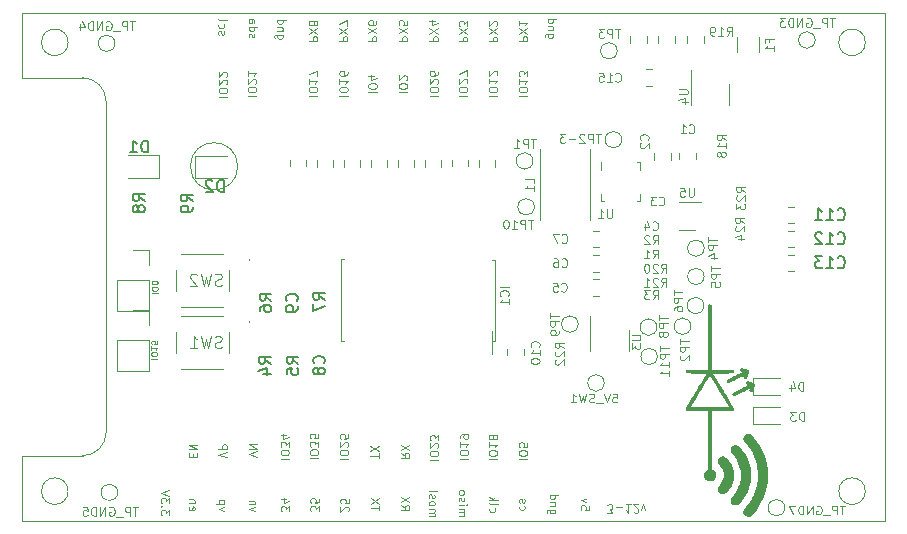
<source format=gbr>
%TF.GenerationSoftware,KiCad,Pcbnew,5.99.0-unknown-308ab8caf~106~ubuntu18.04.1*%
%TF.CreationDate,2021-02-25T19:42:54-08:00*%
%TF.ProjectId,signal-board,7369676e-616c-42d6-926f-6172642e6b69,rev?*%
%TF.SameCoordinates,Original*%
%TF.FileFunction,Legend,Bot*%
%TF.FilePolarity,Positive*%
%FSLAX46Y46*%
G04 Gerber Fmt 4.6, Leading zero omitted, Abs format (unit mm)*
G04 Created by KiCad (PCBNEW 5.99.0-unknown-308ab8caf~106~ubuntu18.04.1) date 2021-02-25 19:42:54*
%MOMM*%
%LPD*%
G01*
G04 APERTURE LIST*
%ADD10C,0.100000*%
%ADD11C,0.120000*%
%TA.AperFunction,Profile*%
%ADD12C,0.100000*%
%TD*%
%TA.AperFunction,Profile*%
%ADD13C,0.120000*%
%TD*%
%ADD14C,0.150000*%
%ADD15C,0.015000*%
G04 APERTURE END LIST*
D10*
X108245190Y-121733000D02*
X108753190Y-121733000D01*
X108753190Y-121394333D02*
X108753190Y-121297571D01*
X108729000Y-121249190D01*
X108680619Y-121200809D01*
X108583857Y-121176619D01*
X108414523Y-121176619D01*
X108317761Y-121200809D01*
X108269380Y-121249190D01*
X108245190Y-121297571D01*
X108245190Y-121394333D01*
X108269380Y-121442714D01*
X108317761Y-121491095D01*
X108414523Y-121515285D01*
X108583857Y-121515285D01*
X108680619Y-121491095D01*
X108729000Y-121442714D01*
X108753190Y-121394333D01*
X108753190Y-120862142D02*
X108753190Y-120813761D01*
X108729000Y-120765380D01*
X108704809Y-120741190D01*
X108656428Y-120717000D01*
X108559666Y-120692809D01*
X108438714Y-120692809D01*
X108341952Y-120717000D01*
X108293571Y-120741190D01*
X108269380Y-120765380D01*
X108245190Y-120813761D01*
X108245190Y-120862142D01*
X108269380Y-120910523D01*
X108293571Y-120934714D01*
X108341952Y-120958904D01*
X108438714Y-120983095D01*
X108559666Y-120983095D01*
X108656428Y-120958904D01*
X108704809Y-120934714D01*
X108729000Y-120910523D01*
X108753190Y-120862142D01*
X108220190Y-127274904D02*
X108728190Y-127274904D01*
X108728190Y-126936238D02*
X108728190Y-126839476D01*
X108704000Y-126791095D01*
X108655619Y-126742714D01*
X108558857Y-126718523D01*
X108389523Y-126718523D01*
X108292761Y-126742714D01*
X108244380Y-126791095D01*
X108220190Y-126839476D01*
X108220190Y-126936238D01*
X108244380Y-126984619D01*
X108292761Y-127033000D01*
X108389523Y-127057190D01*
X108558857Y-127057190D01*
X108655619Y-127033000D01*
X108704000Y-126984619D01*
X108728190Y-126936238D01*
X108220190Y-126234714D02*
X108220190Y-126525000D01*
X108220190Y-126379857D02*
X108728190Y-126379857D01*
X108655619Y-126428238D01*
X108607238Y-126476619D01*
X108583047Y-126525000D01*
X108728190Y-125775095D02*
X108728190Y-126017000D01*
X108486285Y-126041190D01*
X108510476Y-126017000D01*
X108534666Y-125968619D01*
X108534666Y-125847666D01*
X108510476Y-125799285D01*
X108486285Y-125775095D01*
X108437904Y-125750904D01*
X108316952Y-125750904D01*
X108268571Y-125775095D01*
X108244380Y-125799285D01*
X108220190Y-125847666D01*
X108220190Y-125968619D01*
X108244380Y-126017000D01*
X108268571Y-126041190D01*
X136791133Y-135809533D02*
X137491133Y-135809533D01*
X137491133Y-135342866D02*
X137491133Y-135209533D01*
X137457800Y-135142866D01*
X137391133Y-135076200D01*
X137257800Y-135042866D01*
X137024466Y-135042866D01*
X136891133Y-135076200D01*
X136824466Y-135142866D01*
X136791133Y-135209533D01*
X136791133Y-135342866D01*
X136824466Y-135409533D01*
X136891133Y-135476200D01*
X137024466Y-135509533D01*
X137257800Y-135509533D01*
X137391133Y-135476200D01*
X137457800Y-135409533D01*
X137491133Y-135342866D01*
X136791133Y-134376200D02*
X136791133Y-134776200D01*
X136791133Y-134576200D02*
X137491133Y-134576200D01*
X137391133Y-134642866D01*
X137324466Y-134709533D01*
X137291133Y-134776200D01*
X137191133Y-133976200D02*
X137224466Y-134042866D01*
X137257800Y-134076200D01*
X137324466Y-134109533D01*
X137357800Y-134109533D01*
X137424466Y-134076200D01*
X137457800Y-134042866D01*
X137491133Y-133976200D01*
X137491133Y-133842866D01*
X137457800Y-133776200D01*
X137424466Y-133742866D01*
X137357800Y-133709533D01*
X137324466Y-133709533D01*
X137257800Y-133742866D01*
X137224466Y-133776200D01*
X137191133Y-133842866D01*
X137191133Y-133976200D01*
X137157800Y-134042866D01*
X137124466Y-134076200D01*
X137057800Y-134109533D01*
X136924466Y-134109533D01*
X136857800Y-134076200D01*
X136824466Y-134042866D01*
X136791133Y-133976200D01*
X136791133Y-133842866D01*
X136824466Y-133776200D01*
X136857800Y-133742866D01*
X136924466Y-133709533D01*
X137057800Y-133709533D01*
X137124466Y-133742866D01*
X137157800Y-133776200D01*
X137191133Y-133842866D01*
X111750000Y-135591666D02*
X111750000Y-135358333D01*
X111383333Y-135258333D02*
X111383333Y-135591666D01*
X112083333Y-135591666D01*
X112083333Y-135258333D01*
X111383333Y-134958333D02*
X112083333Y-134958333D01*
X111383333Y-134558333D01*
X112083333Y-134558333D01*
X131816133Y-135859533D02*
X132516133Y-135859533D01*
X132516133Y-135392866D02*
X132516133Y-135259533D01*
X132482800Y-135192866D01*
X132416133Y-135126200D01*
X132282800Y-135092866D01*
X132049466Y-135092866D01*
X131916133Y-135126200D01*
X131849466Y-135192866D01*
X131816133Y-135259533D01*
X131816133Y-135392866D01*
X131849466Y-135459533D01*
X131916133Y-135526200D01*
X132049466Y-135559533D01*
X132282800Y-135559533D01*
X132416133Y-135526200D01*
X132482800Y-135459533D01*
X132516133Y-135392866D01*
X132449466Y-134826200D02*
X132482800Y-134792866D01*
X132516133Y-134726200D01*
X132516133Y-134559533D01*
X132482800Y-134492866D01*
X132449466Y-134459533D01*
X132382800Y-134426200D01*
X132316133Y-134426200D01*
X132216133Y-134459533D01*
X131816133Y-134859533D01*
X131816133Y-134426200D01*
X132516133Y-134192866D02*
X132516133Y-133759533D01*
X132249466Y-133992866D01*
X132249466Y-133892866D01*
X132216133Y-133826200D01*
X132182800Y-133792866D01*
X132116133Y-133759533D01*
X131949466Y-133759533D01*
X131882800Y-133792866D01*
X131849466Y-133826200D01*
X131816133Y-133892866D01*
X131816133Y-134092866D01*
X131849466Y-134159533D01*
X131882800Y-134192866D01*
X117163333Y-135598800D02*
X116463333Y-135365466D01*
X117163333Y-135132133D01*
X116463333Y-134898800D02*
X117163333Y-134898800D01*
X116463333Y-134498800D01*
X117163333Y-134498800D01*
X121666133Y-135734533D02*
X122366133Y-135734533D01*
X122366133Y-135267866D02*
X122366133Y-135134533D01*
X122332800Y-135067866D01*
X122266133Y-135001200D01*
X122132800Y-134967866D01*
X121899466Y-134967866D01*
X121766133Y-135001200D01*
X121699466Y-135067866D01*
X121666133Y-135134533D01*
X121666133Y-135267866D01*
X121699466Y-135334533D01*
X121766133Y-135401200D01*
X121899466Y-135434533D01*
X122132800Y-135434533D01*
X122266133Y-135401200D01*
X122332800Y-135334533D01*
X122366133Y-135267866D01*
X122366133Y-134734533D02*
X122366133Y-134301200D01*
X122099466Y-134534533D01*
X122099466Y-134434533D01*
X122066133Y-134367866D01*
X122032800Y-134334533D01*
X121966133Y-134301200D01*
X121799466Y-134301200D01*
X121732800Y-134334533D01*
X121699466Y-134367866D01*
X121666133Y-134434533D01*
X121666133Y-134634533D01*
X121699466Y-134701200D01*
X121732800Y-134734533D01*
X122366133Y-133667866D02*
X122366133Y-134001200D01*
X122032800Y-134034533D01*
X122066133Y-134001200D01*
X122099466Y-133934533D01*
X122099466Y-133767866D01*
X122066133Y-133701200D01*
X122032800Y-133667866D01*
X121966133Y-133634533D01*
X121799466Y-133634533D01*
X121732800Y-133667866D01*
X121699466Y-133701200D01*
X121666133Y-133767866D01*
X121666133Y-133934533D01*
X121699466Y-134001200D01*
X121732800Y-134034533D01*
X129341133Y-135267866D02*
X129674466Y-135501200D01*
X129341133Y-135667866D02*
X130041133Y-135667866D01*
X130041133Y-135401200D01*
X130007800Y-135334533D01*
X129974466Y-135301200D01*
X129907800Y-135267866D01*
X129807800Y-135267866D01*
X129741133Y-135301200D01*
X129707800Y-135334533D01*
X129674466Y-135401200D01*
X129674466Y-135667866D01*
X130041133Y-135034533D02*
X129341133Y-134567866D01*
X130041133Y-134567866D02*
X129341133Y-135034533D01*
X139348733Y-135800400D02*
X140048733Y-135800400D01*
X140048733Y-135333733D02*
X140048733Y-135200400D01*
X140015400Y-135133733D01*
X139948733Y-135067066D01*
X139815400Y-135033733D01*
X139582066Y-135033733D01*
X139448733Y-135067066D01*
X139382066Y-135133733D01*
X139348733Y-135200400D01*
X139348733Y-135333733D01*
X139382066Y-135400400D01*
X139448733Y-135467066D01*
X139582066Y-135500400D01*
X139815400Y-135500400D01*
X139948733Y-135467066D01*
X140015400Y-135400400D01*
X140048733Y-135333733D01*
X140048733Y-134400400D02*
X140048733Y-134733733D01*
X139715400Y-134767066D01*
X139748733Y-134733733D01*
X139782066Y-134667066D01*
X139782066Y-134500400D01*
X139748733Y-134433733D01*
X139715400Y-134400400D01*
X139648733Y-134367066D01*
X139482066Y-134367066D01*
X139415400Y-134400400D01*
X139382066Y-134433733D01*
X139348733Y-134500400D01*
X139348733Y-134667066D01*
X139382066Y-134733733D01*
X139415400Y-134767066D01*
X124191133Y-135759533D02*
X124891133Y-135759533D01*
X124891133Y-135292866D02*
X124891133Y-135159533D01*
X124857800Y-135092866D01*
X124791133Y-135026200D01*
X124657800Y-134992866D01*
X124424466Y-134992866D01*
X124291133Y-135026200D01*
X124224466Y-135092866D01*
X124191133Y-135159533D01*
X124191133Y-135292866D01*
X124224466Y-135359533D01*
X124291133Y-135426200D01*
X124424466Y-135459533D01*
X124657800Y-135459533D01*
X124791133Y-135426200D01*
X124857800Y-135359533D01*
X124891133Y-135292866D01*
X124824466Y-134726200D02*
X124857800Y-134692866D01*
X124891133Y-134626200D01*
X124891133Y-134459533D01*
X124857800Y-134392866D01*
X124824466Y-134359533D01*
X124757800Y-134326200D01*
X124691133Y-134326200D01*
X124591133Y-134359533D01*
X124191133Y-134759533D01*
X124191133Y-134326200D01*
X124891133Y-133692866D02*
X124891133Y-134026200D01*
X124557800Y-134059533D01*
X124591133Y-134026200D01*
X124624466Y-133959533D01*
X124624466Y-133792866D01*
X124591133Y-133726200D01*
X124557800Y-133692866D01*
X124491133Y-133659533D01*
X124324466Y-133659533D01*
X124257800Y-133692866D01*
X124224466Y-133726200D01*
X124191133Y-133792866D01*
X124191133Y-133959533D01*
X124224466Y-134026200D01*
X124257800Y-134059533D01*
X114597933Y-135632933D02*
X113897933Y-135399600D01*
X114597933Y-135166266D01*
X113897933Y-134932933D02*
X114597933Y-134932933D01*
X114597933Y-134666266D01*
X114564600Y-134599600D01*
X114531266Y-134566266D01*
X114464600Y-134532933D01*
X114364600Y-134532933D01*
X114297933Y-134566266D01*
X114264600Y-134599600D01*
X114231266Y-134666266D01*
X114231266Y-134932933D01*
X134366133Y-135759533D02*
X135066133Y-135759533D01*
X135066133Y-135292866D02*
X135066133Y-135159533D01*
X135032800Y-135092866D01*
X134966133Y-135026200D01*
X134832800Y-134992866D01*
X134599466Y-134992866D01*
X134466133Y-135026200D01*
X134399466Y-135092866D01*
X134366133Y-135159533D01*
X134366133Y-135292866D01*
X134399466Y-135359533D01*
X134466133Y-135426200D01*
X134599466Y-135459533D01*
X134832800Y-135459533D01*
X134966133Y-135426200D01*
X135032800Y-135359533D01*
X135066133Y-135292866D01*
X134366133Y-134326200D02*
X134366133Y-134726200D01*
X134366133Y-134526200D02*
X135066133Y-134526200D01*
X134966133Y-134592866D01*
X134899466Y-134659533D01*
X134866133Y-134726200D01*
X134366133Y-133992866D02*
X134366133Y-133859533D01*
X134399466Y-133792866D01*
X134432800Y-133759533D01*
X134532800Y-133692866D01*
X134666133Y-133659533D01*
X134932800Y-133659533D01*
X134999466Y-133692866D01*
X135032800Y-133726200D01*
X135066133Y-133792866D01*
X135066133Y-133926200D01*
X135032800Y-133992866D01*
X134999466Y-134026200D01*
X134932800Y-134059533D01*
X134766133Y-134059533D01*
X134699466Y-134026200D01*
X134666133Y-133992866D01*
X134632800Y-133926200D01*
X134632800Y-133792866D01*
X134666133Y-133726200D01*
X134699466Y-133692866D01*
X134766133Y-133659533D01*
X127466133Y-135684533D02*
X127466133Y-135284533D01*
X126766133Y-135484533D02*
X127466133Y-135484533D01*
X127466133Y-135117866D02*
X126766133Y-134651200D01*
X127466133Y-134651200D02*
X126766133Y-135117866D01*
X119166133Y-135759533D02*
X119866133Y-135759533D01*
X119866133Y-135292866D02*
X119866133Y-135159533D01*
X119832800Y-135092866D01*
X119766133Y-135026200D01*
X119632800Y-134992866D01*
X119399466Y-134992866D01*
X119266133Y-135026200D01*
X119199466Y-135092866D01*
X119166133Y-135159533D01*
X119166133Y-135292866D01*
X119199466Y-135359533D01*
X119266133Y-135426200D01*
X119399466Y-135459533D01*
X119632800Y-135459533D01*
X119766133Y-135426200D01*
X119832800Y-135359533D01*
X119866133Y-135292866D01*
X119866133Y-134759533D02*
X119866133Y-134326200D01*
X119599466Y-134559533D01*
X119599466Y-134459533D01*
X119566133Y-134392866D01*
X119532800Y-134359533D01*
X119466133Y-134326200D01*
X119299466Y-134326200D01*
X119232800Y-134359533D01*
X119199466Y-134392866D01*
X119166133Y-134459533D01*
X119166133Y-134659533D01*
X119199466Y-134726200D01*
X119232800Y-134759533D01*
X119632800Y-133726200D02*
X119166133Y-133726200D01*
X119899466Y-133892866D02*
X119399466Y-134059533D01*
X119399466Y-133626200D01*
X129173733Y-104725000D02*
X129873733Y-104725000D01*
X129873733Y-104258333D02*
X129873733Y-104125000D01*
X129840400Y-104058333D01*
X129773733Y-103991666D01*
X129640400Y-103958333D01*
X129407066Y-103958333D01*
X129273733Y-103991666D01*
X129207066Y-104058333D01*
X129173733Y-104125000D01*
X129173733Y-104258333D01*
X129207066Y-104325000D01*
X129273733Y-104391666D01*
X129407066Y-104425000D01*
X129640400Y-104425000D01*
X129773733Y-104391666D01*
X129840400Y-104325000D01*
X129873733Y-104258333D01*
X129807066Y-103691666D02*
X129840400Y-103658333D01*
X129873733Y-103591666D01*
X129873733Y-103425000D01*
X129840400Y-103358333D01*
X129807066Y-103325000D01*
X129740400Y-103291666D01*
X129673733Y-103291666D01*
X129573733Y-103325000D01*
X129173733Y-103725000D01*
X129173733Y-103291666D01*
X139359133Y-105032933D02*
X140059133Y-105032933D01*
X140059133Y-104566266D02*
X140059133Y-104432933D01*
X140025800Y-104366266D01*
X139959133Y-104299600D01*
X139825800Y-104266266D01*
X139592466Y-104266266D01*
X139459133Y-104299600D01*
X139392466Y-104366266D01*
X139359133Y-104432933D01*
X139359133Y-104566266D01*
X139392466Y-104632933D01*
X139459133Y-104699600D01*
X139592466Y-104732933D01*
X139825800Y-104732933D01*
X139959133Y-104699600D01*
X140025800Y-104632933D01*
X140059133Y-104566266D01*
X139359133Y-103599600D02*
X139359133Y-103999600D01*
X139359133Y-103799600D02*
X140059133Y-103799600D01*
X139959133Y-103866266D01*
X139892466Y-103932933D01*
X139859133Y-103999600D01*
X140059133Y-103366266D02*
X140059133Y-102932933D01*
X139792466Y-103166266D01*
X139792466Y-103066266D01*
X139759133Y-102999600D01*
X139725800Y-102966266D01*
X139659133Y-102932933D01*
X139492466Y-102932933D01*
X139425800Y-102966266D01*
X139392466Y-102999600D01*
X139359133Y-103066266D01*
X139359133Y-103266266D01*
X139392466Y-103332933D01*
X139425800Y-103366266D01*
X134279133Y-105007533D02*
X134979133Y-105007533D01*
X134979133Y-104540866D02*
X134979133Y-104407533D01*
X134945800Y-104340866D01*
X134879133Y-104274200D01*
X134745800Y-104240866D01*
X134512466Y-104240866D01*
X134379133Y-104274200D01*
X134312466Y-104340866D01*
X134279133Y-104407533D01*
X134279133Y-104540866D01*
X134312466Y-104607533D01*
X134379133Y-104674200D01*
X134512466Y-104707533D01*
X134745800Y-104707533D01*
X134879133Y-104674200D01*
X134945800Y-104607533D01*
X134979133Y-104540866D01*
X134912466Y-103974200D02*
X134945800Y-103940866D01*
X134979133Y-103874200D01*
X134979133Y-103707533D01*
X134945800Y-103640866D01*
X134912466Y-103607533D01*
X134845800Y-103574200D01*
X134779133Y-103574200D01*
X134679133Y-103607533D01*
X134279133Y-104007533D01*
X134279133Y-103574200D01*
X134979133Y-103340866D02*
X134979133Y-102874200D01*
X134279133Y-103174200D01*
X126608333Y-104725000D02*
X127308333Y-104725000D01*
X127308333Y-104258333D02*
X127308333Y-104125000D01*
X127275000Y-104058333D01*
X127208333Y-103991666D01*
X127075000Y-103958333D01*
X126841666Y-103958333D01*
X126708333Y-103991666D01*
X126641666Y-104058333D01*
X126608333Y-104125000D01*
X126608333Y-104258333D01*
X126641666Y-104325000D01*
X126708333Y-104391666D01*
X126841666Y-104425000D01*
X127075000Y-104425000D01*
X127208333Y-104391666D01*
X127275000Y-104325000D01*
X127308333Y-104258333D01*
X127075000Y-103358333D02*
X126608333Y-103358333D01*
X127341666Y-103525000D02*
X126841666Y-103691666D01*
X126841666Y-103258333D01*
X124144533Y-105032933D02*
X124844533Y-105032933D01*
X124844533Y-104566266D02*
X124844533Y-104432933D01*
X124811200Y-104366266D01*
X124744533Y-104299600D01*
X124611200Y-104266266D01*
X124377866Y-104266266D01*
X124244533Y-104299600D01*
X124177866Y-104366266D01*
X124144533Y-104432933D01*
X124144533Y-104566266D01*
X124177866Y-104632933D01*
X124244533Y-104699600D01*
X124377866Y-104732933D01*
X124611200Y-104732933D01*
X124744533Y-104699600D01*
X124811200Y-104632933D01*
X124844533Y-104566266D01*
X124144533Y-103599600D02*
X124144533Y-103999600D01*
X124144533Y-103799600D02*
X124844533Y-103799600D01*
X124744533Y-103866266D01*
X124677866Y-103932933D01*
X124644533Y-103999600D01*
X124844533Y-102999600D02*
X124844533Y-103132933D01*
X124811200Y-103199600D01*
X124777866Y-103232933D01*
X124677866Y-103299600D01*
X124544533Y-103332933D01*
X124277866Y-103332933D01*
X124211200Y-103299600D01*
X124177866Y-103266266D01*
X124144533Y-103199600D01*
X124144533Y-103066266D01*
X124177866Y-102999600D01*
X124211200Y-102966266D01*
X124277866Y-102932933D01*
X124444533Y-102932933D01*
X124511200Y-102966266D01*
X124544533Y-102999600D01*
X124577866Y-103066266D01*
X124577866Y-103199600D01*
X124544533Y-103266266D01*
X124511200Y-103299600D01*
X124444533Y-103332933D01*
X131789933Y-105032933D02*
X132489933Y-105032933D01*
X132489933Y-104566266D02*
X132489933Y-104432933D01*
X132456600Y-104366266D01*
X132389933Y-104299600D01*
X132256600Y-104266266D01*
X132023266Y-104266266D01*
X131889933Y-104299600D01*
X131823266Y-104366266D01*
X131789933Y-104432933D01*
X131789933Y-104566266D01*
X131823266Y-104632933D01*
X131889933Y-104699600D01*
X132023266Y-104732933D01*
X132256600Y-104732933D01*
X132389933Y-104699600D01*
X132456600Y-104632933D01*
X132489933Y-104566266D01*
X132423266Y-103999600D02*
X132456600Y-103966266D01*
X132489933Y-103899600D01*
X132489933Y-103732933D01*
X132456600Y-103666266D01*
X132423266Y-103632933D01*
X132356600Y-103599600D01*
X132289933Y-103599600D01*
X132189933Y-103632933D01*
X131789933Y-104032933D01*
X131789933Y-103599600D01*
X132489933Y-102999600D02*
X132489933Y-103132933D01*
X132456600Y-103199600D01*
X132423266Y-103232933D01*
X132323266Y-103299600D01*
X132189933Y-103332933D01*
X131923266Y-103332933D01*
X131856600Y-103299600D01*
X131823266Y-103266266D01*
X131789933Y-103199600D01*
X131789933Y-103066266D01*
X131823266Y-102999600D01*
X131856600Y-102966266D01*
X131923266Y-102932933D01*
X132089933Y-102932933D01*
X132156600Y-102966266D01*
X132189933Y-102999600D01*
X132223266Y-103066266D01*
X132223266Y-103199600D01*
X132189933Y-103266266D01*
X132156600Y-103299600D01*
X132089933Y-103332933D01*
X136819133Y-105007533D02*
X137519133Y-105007533D01*
X137519133Y-104540866D02*
X137519133Y-104407533D01*
X137485800Y-104340866D01*
X137419133Y-104274200D01*
X137285800Y-104240866D01*
X137052466Y-104240866D01*
X136919133Y-104274200D01*
X136852466Y-104340866D01*
X136819133Y-104407533D01*
X136819133Y-104540866D01*
X136852466Y-104607533D01*
X136919133Y-104674200D01*
X137052466Y-104707533D01*
X137285800Y-104707533D01*
X137419133Y-104674200D01*
X137485800Y-104607533D01*
X137519133Y-104540866D01*
X136819133Y-103574200D02*
X136819133Y-103974200D01*
X136819133Y-103774200D02*
X137519133Y-103774200D01*
X137419133Y-103840866D01*
X137352466Y-103907533D01*
X137319133Y-103974200D01*
X137452466Y-103307533D02*
X137485800Y-103274200D01*
X137519133Y-103207533D01*
X137519133Y-103040866D01*
X137485800Y-102974200D01*
X137452466Y-102940866D01*
X137385800Y-102907533D01*
X137319133Y-102907533D01*
X137219133Y-102940866D01*
X136819133Y-103340866D01*
X136819133Y-102907533D01*
X121579133Y-105032933D02*
X122279133Y-105032933D01*
X122279133Y-104566266D02*
X122279133Y-104432933D01*
X122245800Y-104366266D01*
X122179133Y-104299600D01*
X122045800Y-104266266D01*
X121812466Y-104266266D01*
X121679133Y-104299600D01*
X121612466Y-104366266D01*
X121579133Y-104432933D01*
X121579133Y-104566266D01*
X121612466Y-104632933D01*
X121679133Y-104699600D01*
X121812466Y-104732933D01*
X122045800Y-104732933D01*
X122179133Y-104699600D01*
X122245800Y-104632933D01*
X122279133Y-104566266D01*
X121579133Y-103599600D02*
X121579133Y-103999600D01*
X121579133Y-103799600D02*
X122279133Y-103799600D01*
X122179133Y-103866266D01*
X122112466Y-103932933D01*
X122079133Y-103999600D01*
X122279133Y-103366266D02*
X122279133Y-102899600D01*
X121579133Y-103199600D01*
X116407133Y-105023133D02*
X117107133Y-105023133D01*
X117107133Y-104556466D02*
X117107133Y-104423133D01*
X117073800Y-104356466D01*
X117007133Y-104289800D01*
X116873800Y-104256466D01*
X116640466Y-104256466D01*
X116507133Y-104289800D01*
X116440466Y-104356466D01*
X116407133Y-104423133D01*
X116407133Y-104556466D01*
X116440466Y-104623133D01*
X116507133Y-104689800D01*
X116640466Y-104723133D01*
X116873800Y-104723133D01*
X117007133Y-104689800D01*
X117073800Y-104623133D01*
X117107133Y-104556466D01*
X117040466Y-103989800D02*
X117073800Y-103956466D01*
X117107133Y-103889800D01*
X117107133Y-103723133D01*
X117073800Y-103656466D01*
X117040466Y-103623133D01*
X116973800Y-103589800D01*
X116907133Y-103589800D01*
X116807133Y-103623133D01*
X116407133Y-104023133D01*
X116407133Y-103589800D01*
X116407133Y-102923133D02*
X116407133Y-103323133D01*
X116407133Y-103123133D02*
X117107133Y-103123133D01*
X117007133Y-103189800D01*
X116940466Y-103256466D01*
X116907133Y-103323133D01*
X113932133Y-105098133D02*
X114632133Y-105098133D01*
X114632133Y-104631466D02*
X114632133Y-104498133D01*
X114598800Y-104431466D01*
X114532133Y-104364800D01*
X114398800Y-104331466D01*
X114165466Y-104331466D01*
X114032133Y-104364800D01*
X113965466Y-104431466D01*
X113932133Y-104498133D01*
X113932133Y-104631466D01*
X113965466Y-104698133D01*
X114032133Y-104764800D01*
X114165466Y-104798133D01*
X114398800Y-104798133D01*
X114532133Y-104764800D01*
X114598800Y-104698133D01*
X114632133Y-104631466D01*
X114565466Y-104064800D02*
X114598800Y-104031466D01*
X114632133Y-103964800D01*
X114632133Y-103798133D01*
X114598800Y-103731466D01*
X114565466Y-103698133D01*
X114498800Y-103664800D01*
X114432133Y-103664800D01*
X114332133Y-103698133D01*
X113932133Y-104098133D01*
X113932133Y-103664800D01*
X114565466Y-103398133D02*
X114598800Y-103364800D01*
X114632133Y-103298133D01*
X114632133Y-103131466D01*
X114598800Y-103064800D01*
X114565466Y-103031466D01*
X114498800Y-102998133D01*
X114432133Y-102998133D01*
X114332133Y-103031466D01*
X113932133Y-103431466D01*
X113932133Y-102998133D01*
D11*
X115533000Y-110998000D02*
G75*
G03*
X115533000Y-110998000I-2000000J0D01*
G01*
D12*
X170300000Y-141000000D02*
X170300000Y-98000000D01*
X170300000Y-141000000D02*
X97300000Y-141000000D01*
X97300000Y-135500000D02*
X97300000Y-141000000D01*
X104400000Y-133500000D02*
G75*
G02*
X102400000Y-135500000I-2000000J0D01*
G01*
X104400000Y-133500000D02*
X104400000Y-105500000D01*
X97300000Y-98000000D02*
X97300000Y-103500000D01*
D13*
X101175000Y-138500000D02*
G75*
G03*
X101175000Y-138500000I-1125000J0D01*
G01*
D12*
X102400000Y-103500000D02*
G75*
G02*
X104400000Y-105500000I0J-2000000D01*
G01*
D13*
X101175000Y-100500000D02*
G75*
G03*
X101175000Y-100500000I-1125000J0D01*
G01*
X97300000Y-98000000D02*
X170300000Y-98000000D01*
X168675000Y-138500000D02*
G75*
G03*
X168675000Y-138500000I-1125000J0D01*
G01*
D12*
X102400000Y-135500000D02*
X97300000Y-135500000D01*
D13*
X168675000Y-100500000D02*
G75*
G03*
X168675000Y-100500000I-1125000J0D01*
G01*
D12*
X102400000Y-103500000D02*
X97300000Y-103500000D01*
D10*
X109724933Y-140517433D02*
X109724933Y-140084100D01*
X109458266Y-140317433D01*
X109458266Y-140217433D01*
X109424933Y-140150766D01*
X109391600Y-140117433D01*
X109324933Y-140084100D01*
X109158266Y-140084100D01*
X109091600Y-140117433D01*
X109058266Y-140150766D01*
X109024933Y-140217433D01*
X109024933Y-140417433D01*
X109058266Y-140484100D01*
X109091600Y-140517433D01*
X109091600Y-139784100D02*
X109058266Y-139750766D01*
X109024933Y-139784100D01*
X109058266Y-139817433D01*
X109091600Y-139784100D01*
X109024933Y-139784100D01*
X109724933Y-139517433D02*
X109724933Y-139084100D01*
X109458266Y-139317433D01*
X109458266Y-139217433D01*
X109424933Y-139150766D01*
X109391600Y-139117433D01*
X109324933Y-139084100D01*
X109158266Y-139084100D01*
X109091600Y-139117433D01*
X109058266Y-139150766D01*
X109024933Y-139217433D01*
X109024933Y-139417433D01*
X109058266Y-139484100D01*
X109091600Y-139517433D01*
X109724933Y-138884100D02*
X109024933Y-138650766D01*
X109724933Y-138417433D01*
X129152933Y-100374600D02*
X129852933Y-100374600D01*
X129852933Y-100107933D01*
X129819600Y-100041266D01*
X129786266Y-100007933D01*
X129719600Y-99974600D01*
X129619600Y-99974600D01*
X129552933Y-100007933D01*
X129519600Y-100041266D01*
X129486266Y-100107933D01*
X129486266Y-100374600D01*
X129852933Y-99741266D02*
X129152933Y-99274600D01*
X129852933Y-99274600D02*
X129152933Y-99741266D01*
X129852933Y-98674600D02*
X129852933Y-99007933D01*
X129519600Y-99041266D01*
X129552933Y-99007933D01*
X129586266Y-98941266D01*
X129586266Y-98774600D01*
X129552933Y-98707933D01*
X129519600Y-98674600D01*
X129452933Y-98641266D01*
X129286266Y-98641266D01*
X129219600Y-98674600D01*
X129186266Y-98707933D01*
X129152933Y-98774600D01*
X129152933Y-98941266D01*
X129186266Y-99007933D01*
X129219600Y-99041266D01*
X111445866Y-139832533D02*
X111412533Y-139899200D01*
X111412533Y-140032533D01*
X111445866Y-140099200D01*
X111512533Y-140132533D01*
X111779200Y-140132533D01*
X111845866Y-140099200D01*
X111879200Y-140032533D01*
X111879200Y-139899200D01*
X111845866Y-139832533D01*
X111779200Y-139799200D01*
X111712533Y-139799200D01*
X111645866Y-140132533D01*
X111879200Y-139499200D02*
X111412533Y-139499200D01*
X111812533Y-139499200D02*
X111845866Y-139465866D01*
X111879200Y-139399200D01*
X111879200Y-139299200D01*
X111845866Y-139232533D01*
X111779200Y-139199200D01*
X111412533Y-139199200D01*
X145272233Y-139723800D02*
X145272233Y-140057133D01*
X144938900Y-140090466D01*
X144972233Y-140057133D01*
X145005566Y-139990466D01*
X145005566Y-139823800D01*
X144972233Y-139757133D01*
X144938900Y-139723800D01*
X144872233Y-139690466D01*
X144705566Y-139690466D01*
X144638900Y-139723800D01*
X144605566Y-139757133D01*
X144572233Y-139823800D01*
X144572233Y-139990466D01*
X144605566Y-140057133D01*
X144638900Y-140090466D01*
X145038900Y-139457133D02*
X144572233Y-139290466D01*
X145038900Y-139123800D01*
X127504933Y-140131733D02*
X127504933Y-139731733D01*
X126804933Y-139931733D02*
X127504933Y-139931733D01*
X127504933Y-139565066D02*
X126804933Y-139098400D01*
X127504933Y-139098400D02*
X126804933Y-139565066D01*
X124123733Y-100400000D02*
X124823733Y-100400000D01*
X124823733Y-100133333D01*
X124790400Y-100066666D01*
X124757066Y-100033333D01*
X124690400Y-100000000D01*
X124590400Y-100000000D01*
X124523733Y-100033333D01*
X124490400Y-100066666D01*
X124457066Y-100133333D01*
X124457066Y-100400000D01*
X124823733Y-99766666D02*
X124123733Y-99300000D01*
X124823733Y-99300000D02*
X124123733Y-99766666D01*
X124823733Y-99100000D02*
X124823733Y-98633333D01*
X124123733Y-98933333D01*
X139411266Y-139740466D02*
X139377933Y-139807133D01*
X139377933Y-139940466D01*
X139411266Y-140007133D01*
X139444600Y-140040466D01*
X139511266Y-140073800D01*
X139711266Y-140073800D01*
X139777933Y-140040466D01*
X139811266Y-140007133D01*
X139844600Y-139940466D01*
X139844600Y-139807133D01*
X139811266Y-139740466D01*
X139411266Y-139473800D02*
X139377933Y-139407133D01*
X139377933Y-139273800D01*
X139411266Y-139207133D01*
X139477933Y-139173800D01*
X139511266Y-139173800D01*
X139577933Y-139207133D01*
X139611266Y-139273800D01*
X139611266Y-139373800D01*
X139644600Y-139440466D01*
X139711266Y-139473800D01*
X139744600Y-139473800D01*
X139811266Y-139440466D01*
X139844600Y-139373800D01*
X139844600Y-139273800D01*
X139811266Y-139207133D01*
X126587533Y-100374600D02*
X127287533Y-100374600D01*
X127287533Y-100107933D01*
X127254200Y-100041266D01*
X127220866Y-100007933D01*
X127154200Y-99974600D01*
X127054200Y-99974600D01*
X126987533Y-100007933D01*
X126954200Y-100041266D01*
X126920866Y-100107933D01*
X126920866Y-100374600D01*
X127287533Y-99741266D02*
X126587533Y-99274600D01*
X127287533Y-99274600D02*
X126587533Y-99741266D01*
X127287533Y-98707933D02*
X127287533Y-98841266D01*
X127254200Y-98907933D01*
X127220866Y-98941266D01*
X127120866Y-99007933D01*
X126987533Y-99041266D01*
X126720866Y-99041266D01*
X126654200Y-99007933D01*
X126620866Y-98974600D01*
X126587533Y-98907933D01*
X126587533Y-98774600D01*
X126620866Y-98707933D01*
X126654200Y-98674600D01*
X126720866Y-98641266D01*
X126887533Y-98641266D01*
X126954200Y-98674600D01*
X126987533Y-98707933D01*
X127020866Y-98774600D01*
X127020866Y-98907933D01*
X126987533Y-98974600D01*
X126954200Y-99007933D01*
X126887533Y-99041266D01*
X116518566Y-100084633D02*
X116485233Y-100017966D01*
X116485233Y-99884633D01*
X116518566Y-99817966D01*
X116585233Y-99784633D01*
X116618566Y-99784633D01*
X116685233Y-99817966D01*
X116718566Y-99884633D01*
X116718566Y-99984633D01*
X116751900Y-100051300D01*
X116818566Y-100084633D01*
X116851900Y-100084633D01*
X116918566Y-100051300D01*
X116951900Y-99984633D01*
X116951900Y-99884633D01*
X116918566Y-99817966D01*
X116485233Y-99184633D02*
X117185233Y-99184633D01*
X116518566Y-99184633D02*
X116485233Y-99251300D01*
X116485233Y-99384633D01*
X116518566Y-99451300D01*
X116551900Y-99484633D01*
X116618566Y-99517966D01*
X116818566Y-99517966D01*
X116885233Y-99484633D01*
X116918566Y-99451300D01*
X116951900Y-99384633D01*
X116951900Y-99251300D01*
X116918566Y-99184633D01*
X116485233Y-98551300D02*
X116851900Y-98551300D01*
X116918566Y-98584633D01*
X116951900Y-98651300D01*
X116951900Y-98784633D01*
X116918566Y-98851300D01*
X116518566Y-98551300D02*
X116485233Y-98617966D01*
X116485233Y-98784633D01*
X116518566Y-98851300D01*
X116585233Y-98884633D01*
X116651900Y-98884633D01*
X116718566Y-98851300D01*
X116751900Y-98784633D01*
X116751900Y-98617966D01*
X116785233Y-98551300D01*
X113940466Y-99845733D02*
X113907133Y-99779066D01*
X113907133Y-99645733D01*
X113940466Y-99579066D01*
X114007133Y-99545733D01*
X114040466Y-99545733D01*
X114107133Y-99579066D01*
X114140466Y-99645733D01*
X114140466Y-99745733D01*
X114173800Y-99812400D01*
X114240466Y-99845733D01*
X114273800Y-99845733D01*
X114340466Y-99812400D01*
X114373800Y-99745733D01*
X114373800Y-99645733D01*
X114340466Y-99579066D01*
X113940466Y-98945733D02*
X113907133Y-99012400D01*
X113907133Y-99145733D01*
X113940466Y-99212400D01*
X113973800Y-99245733D01*
X114040466Y-99279066D01*
X114240466Y-99279066D01*
X114307133Y-99245733D01*
X114340466Y-99212400D01*
X114373800Y-99145733D01*
X114373800Y-99012400D01*
X114340466Y-98945733D01*
X113907133Y-98545733D02*
X113940466Y-98612400D01*
X114007133Y-98645733D01*
X114607133Y-98645733D01*
X142410000Y-140056333D02*
X141843333Y-140056333D01*
X141776666Y-140089666D01*
X141743333Y-140123000D01*
X141710000Y-140189666D01*
X141710000Y-140289666D01*
X141743333Y-140356333D01*
X141976666Y-140056333D02*
X141943333Y-140123000D01*
X141943333Y-140256333D01*
X141976666Y-140323000D01*
X142010000Y-140356333D01*
X142076666Y-140389666D01*
X142276666Y-140389666D01*
X142343333Y-140356333D01*
X142376666Y-140323000D01*
X142410000Y-140256333D01*
X142410000Y-140123000D01*
X142376666Y-140056333D01*
X142410000Y-139723000D02*
X141943333Y-139723000D01*
X142343333Y-139723000D02*
X142376666Y-139689666D01*
X142410000Y-139623000D01*
X142410000Y-139523000D01*
X142376666Y-139456333D01*
X142310000Y-139423000D01*
X141943333Y-139423000D01*
X141943333Y-138789666D02*
X142643333Y-138789666D01*
X141976666Y-138789666D02*
X141943333Y-138856333D01*
X141943333Y-138989666D01*
X141976666Y-139056333D01*
X142010000Y-139089666D01*
X142076666Y-139123000D01*
X142276666Y-139123000D01*
X142343333Y-139089666D01*
X142376666Y-139056333D01*
X142410000Y-138989666D01*
X142410000Y-138856333D01*
X142376666Y-138789666D01*
X142250300Y-99784633D02*
X141683633Y-99784633D01*
X141616966Y-99817966D01*
X141583633Y-99851300D01*
X141550300Y-99917966D01*
X141550300Y-100017966D01*
X141583633Y-100084633D01*
X141816966Y-99784633D02*
X141783633Y-99851300D01*
X141783633Y-99984633D01*
X141816966Y-100051300D01*
X141850300Y-100084633D01*
X141916966Y-100117966D01*
X142116966Y-100117966D01*
X142183633Y-100084633D01*
X142216966Y-100051300D01*
X142250300Y-99984633D01*
X142250300Y-99851300D01*
X142216966Y-99784633D01*
X142250300Y-99451300D02*
X141783633Y-99451300D01*
X142183633Y-99451300D02*
X142216966Y-99417966D01*
X142250300Y-99351300D01*
X142250300Y-99251300D01*
X142216966Y-99184633D01*
X142150300Y-99151300D01*
X141783633Y-99151300D01*
X141783633Y-98517966D02*
X142483633Y-98517966D01*
X141816966Y-98517966D02*
X141783633Y-98584633D01*
X141783633Y-98717966D01*
X141816966Y-98784633D01*
X141850300Y-98817966D01*
X141916966Y-98851300D01*
X142116966Y-98851300D01*
X142183633Y-98817966D01*
X142216966Y-98784633D01*
X142250300Y-98717966D01*
X142250300Y-98584633D01*
X142216966Y-98517966D01*
X136798333Y-100425400D02*
X137498333Y-100425400D01*
X137498333Y-100158733D01*
X137465000Y-100092066D01*
X137431666Y-100058733D01*
X137365000Y-100025400D01*
X137265000Y-100025400D01*
X137198333Y-100058733D01*
X137165000Y-100092066D01*
X137131666Y-100158733D01*
X137131666Y-100425400D01*
X137498333Y-99792066D02*
X136798333Y-99325400D01*
X137498333Y-99325400D02*
X136798333Y-99792066D01*
X137431666Y-99092066D02*
X137465000Y-99058733D01*
X137498333Y-98992066D01*
X137498333Y-98825400D01*
X137465000Y-98758733D01*
X137431666Y-98725400D01*
X137365000Y-98692066D01*
X137298333Y-98692066D01*
X137198333Y-98725400D01*
X136798333Y-99125400D01*
X136798333Y-98692066D01*
X124872866Y-140207933D02*
X124906200Y-140174600D01*
X124939533Y-140107933D01*
X124939533Y-139941266D01*
X124906200Y-139874600D01*
X124872866Y-139841266D01*
X124806200Y-139807933D01*
X124739533Y-139807933D01*
X124639533Y-139841266D01*
X124239533Y-140241266D01*
X124239533Y-139807933D01*
X124939533Y-139174600D02*
X124939533Y-139507933D01*
X124606200Y-139541266D01*
X124639533Y-139507933D01*
X124672866Y-139441266D01*
X124672866Y-139274600D01*
X124639533Y-139207933D01*
X124606200Y-139174600D01*
X124539533Y-139141266D01*
X124372866Y-139141266D01*
X124306200Y-139174600D01*
X124272866Y-139207933D01*
X124239533Y-139274600D01*
X124239533Y-139441266D01*
X124272866Y-139507933D01*
X124306200Y-139541266D01*
X116959200Y-140208733D02*
X116492533Y-140042066D01*
X116959200Y-139875400D01*
X116959200Y-139608733D02*
X116492533Y-139608733D01*
X116892533Y-139608733D02*
X116925866Y-139575400D01*
X116959200Y-139508733D01*
X116959200Y-139408733D01*
X116925866Y-139342066D01*
X116859200Y-139308733D01*
X116492533Y-139308733D01*
X129370333Y-139689666D02*
X129703666Y-139923000D01*
X129370333Y-140089666D02*
X130070333Y-140089666D01*
X130070333Y-139823000D01*
X130037000Y-139756333D01*
X130003666Y-139723000D01*
X129937000Y-139689666D01*
X129837000Y-139689666D01*
X129770333Y-139723000D01*
X129737000Y-139756333D01*
X129703666Y-139823000D01*
X129703666Y-140089666D01*
X130070333Y-139456333D02*
X129370333Y-138989666D01*
X130070333Y-138989666D02*
X129370333Y-139456333D01*
X121558333Y-100400000D02*
X122258333Y-100400000D01*
X122258333Y-100133333D01*
X122225000Y-100066666D01*
X122191666Y-100033333D01*
X122125000Y-100000000D01*
X122025000Y-100000000D01*
X121958333Y-100033333D01*
X121925000Y-100066666D01*
X121891666Y-100133333D01*
X121891666Y-100400000D01*
X122258333Y-99766666D02*
X121558333Y-99300000D01*
X122258333Y-99300000D02*
X121558333Y-99766666D01*
X121958333Y-98933333D02*
X121991666Y-99000000D01*
X122025000Y-99033333D01*
X122091666Y-99066666D01*
X122125000Y-99066666D01*
X122191666Y-99033333D01*
X122225000Y-99000000D01*
X122258333Y-98933333D01*
X122258333Y-98800000D01*
X122225000Y-98733333D01*
X122191666Y-98700000D01*
X122125000Y-98666666D01*
X122091666Y-98666666D01*
X122025000Y-98700000D01*
X121991666Y-98733333D01*
X121958333Y-98800000D01*
X121958333Y-98933333D01*
X121925000Y-99000000D01*
X121891666Y-99033333D01*
X121825000Y-99066666D01*
X121691666Y-99066666D01*
X121625000Y-99033333D01*
X121591666Y-99000000D01*
X121558333Y-98933333D01*
X121558333Y-98800000D01*
X121591666Y-98733333D01*
X121625000Y-98700000D01*
X121691666Y-98666666D01*
X121825000Y-98666666D01*
X121891666Y-98700000D01*
X121925000Y-98733333D01*
X121958333Y-98800000D01*
X119884933Y-140215866D02*
X119884933Y-139782533D01*
X119618266Y-140015866D01*
X119618266Y-139915866D01*
X119584933Y-139849200D01*
X119551600Y-139815866D01*
X119484933Y-139782533D01*
X119318266Y-139782533D01*
X119251600Y-139815866D01*
X119218266Y-139849200D01*
X119184933Y-139915866D01*
X119184933Y-140115866D01*
X119218266Y-140182533D01*
X119251600Y-140215866D01*
X119651600Y-139182533D02*
X119184933Y-139182533D01*
X119918266Y-139349200D02*
X119418266Y-139515866D01*
X119418266Y-139082533D01*
X119352200Y-99848133D02*
X118785533Y-99848133D01*
X118718866Y-99881466D01*
X118685533Y-99914800D01*
X118652200Y-99981466D01*
X118652200Y-100081466D01*
X118685533Y-100148133D01*
X118918866Y-99848133D02*
X118885533Y-99914800D01*
X118885533Y-100048133D01*
X118918866Y-100114800D01*
X118952200Y-100148133D01*
X119018866Y-100181466D01*
X119218866Y-100181466D01*
X119285533Y-100148133D01*
X119318866Y-100114800D01*
X119352200Y-100048133D01*
X119352200Y-99914800D01*
X119318866Y-99848133D01*
X119352200Y-99514800D02*
X118885533Y-99514800D01*
X119285533Y-99514800D02*
X119318866Y-99481466D01*
X119352200Y-99414800D01*
X119352200Y-99314800D01*
X119318866Y-99248133D01*
X119252200Y-99214800D01*
X118885533Y-99214800D01*
X118885533Y-98581466D02*
X119585533Y-98581466D01*
X118918866Y-98581466D02*
X118885533Y-98648133D01*
X118885533Y-98781466D01*
X118918866Y-98848133D01*
X118952200Y-98881466D01*
X119018866Y-98914800D01*
X119218866Y-98914800D01*
X119285533Y-98881466D01*
X119318866Y-98848133D01*
X119352200Y-98781466D01*
X119352200Y-98648133D01*
X119318866Y-98581466D01*
X122399533Y-140190466D02*
X122399533Y-139757133D01*
X122132866Y-139990466D01*
X122132866Y-139890466D01*
X122099533Y-139823800D01*
X122066200Y-139790466D01*
X121999533Y-139757133D01*
X121832866Y-139757133D01*
X121766200Y-139790466D01*
X121732866Y-139823800D01*
X121699533Y-139890466D01*
X121699533Y-140090466D01*
X121732866Y-140157133D01*
X121766200Y-140190466D01*
X122399533Y-139123800D02*
X122399533Y-139457133D01*
X122066200Y-139490466D01*
X122099533Y-139457133D01*
X122132866Y-139390466D01*
X122132866Y-139223800D01*
X122099533Y-139157133D01*
X122066200Y-139123800D01*
X121999533Y-139090466D01*
X121832866Y-139090466D01*
X121766200Y-139123800D01*
X121732866Y-139157133D01*
X121699533Y-139223800D01*
X121699533Y-139390466D01*
X121732866Y-139457133D01*
X121766200Y-139490466D01*
X114393800Y-140157933D02*
X113927133Y-139991266D01*
X114393800Y-139824600D01*
X114393800Y-139557933D02*
X113693800Y-139557933D01*
X114360466Y-139557933D02*
X114393800Y-139491266D01*
X114393800Y-139357933D01*
X114360466Y-139291266D01*
X114327133Y-139257933D01*
X114260466Y-139224600D01*
X114060466Y-139224600D01*
X113993800Y-139257933D01*
X113960466Y-139291266D01*
X113927133Y-139357933D01*
X113927133Y-139491266D01*
X113960466Y-139557933D01*
X131769133Y-100400000D02*
X132469133Y-100400000D01*
X132469133Y-100133333D01*
X132435800Y-100066666D01*
X132402466Y-100033333D01*
X132335800Y-100000000D01*
X132235800Y-100000000D01*
X132169133Y-100033333D01*
X132135800Y-100066666D01*
X132102466Y-100133333D01*
X132102466Y-100400000D01*
X132469133Y-99766666D02*
X131769133Y-99300000D01*
X132469133Y-99300000D02*
X131769133Y-99766666D01*
X132235800Y-98733333D02*
X131769133Y-98733333D01*
X132502466Y-98900000D02*
X132002466Y-99066666D01*
X132002466Y-98633333D01*
X139338333Y-100400000D02*
X140038333Y-100400000D01*
X140038333Y-100133333D01*
X140005000Y-100066666D01*
X139971666Y-100033333D01*
X139905000Y-100000000D01*
X139805000Y-100000000D01*
X139738333Y-100033333D01*
X139705000Y-100066666D01*
X139671666Y-100133333D01*
X139671666Y-100400000D01*
X140038333Y-99766666D02*
X139338333Y-99300000D01*
X140038333Y-99300000D02*
X139338333Y-99766666D01*
X139338333Y-98666666D02*
X139338333Y-99066666D01*
X139338333Y-98866666D02*
X140038333Y-98866666D01*
X139938333Y-98933333D01*
X139871666Y-99000000D01*
X139838333Y-99066666D01*
X136883966Y-139923800D02*
X136850633Y-139990466D01*
X136850633Y-140123800D01*
X136883966Y-140190466D01*
X136917300Y-140223800D01*
X136983966Y-140257133D01*
X137183966Y-140257133D01*
X137250633Y-140223800D01*
X137283966Y-140190466D01*
X137317300Y-140123800D01*
X137317300Y-139990466D01*
X137283966Y-139923800D01*
X136850633Y-139523800D02*
X136883966Y-139590466D01*
X136950633Y-139623800D01*
X137550633Y-139623800D01*
X136850633Y-139257133D02*
X137550633Y-139257133D01*
X137117300Y-139190466D02*
X136850633Y-138990466D01*
X137317300Y-138990466D02*
X137050633Y-139257133D01*
X131732533Y-140614266D02*
X132199200Y-140614266D01*
X132132533Y-140614266D02*
X132165866Y-140580933D01*
X132199200Y-140514266D01*
X132199200Y-140414266D01*
X132165866Y-140347600D01*
X132099200Y-140314266D01*
X131732533Y-140314266D01*
X132099200Y-140314266D02*
X132165866Y-140280933D01*
X132199200Y-140214266D01*
X132199200Y-140114266D01*
X132165866Y-140047600D01*
X132099200Y-140014266D01*
X131732533Y-140014266D01*
X131732533Y-139580933D02*
X131765866Y-139647600D01*
X131799200Y-139680933D01*
X131865866Y-139714266D01*
X132065866Y-139714266D01*
X132132533Y-139680933D01*
X132165866Y-139647600D01*
X132199200Y-139580933D01*
X132199200Y-139480933D01*
X132165866Y-139414266D01*
X132132533Y-139380933D01*
X132065866Y-139347600D01*
X131865866Y-139347600D01*
X131799200Y-139380933D01*
X131765866Y-139414266D01*
X131732533Y-139480933D01*
X131732533Y-139580933D01*
X131765866Y-139080933D02*
X131732533Y-139014266D01*
X131732533Y-138880933D01*
X131765866Y-138814266D01*
X131832533Y-138780933D01*
X131865866Y-138780933D01*
X131932533Y-138814266D01*
X131965866Y-138880933D01*
X131965866Y-138980933D01*
X131999200Y-139047600D01*
X132065866Y-139080933D01*
X132099200Y-139080933D01*
X132165866Y-139047600D01*
X132199200Y-138980933D01*
X132199200Y-138880933D01*
X132165866Y-138814266D01*
X131732533Y-138480933D02*
X132199200Y-138480933D01*
X132432533Y-138480933D02*
X132399200Y-138514266D01*
X132365866Y-138480933D01*
X132399200Y-138447600D01*
X132432533Y-138480933D01*
X132365866Y-138480933D01*
X146835800Y-140315533D02*
X147269133Y-140315533D01*
X147035800Y-140048866D01*
X147135800Y-140048866D01*
X147202466Y-140015533D01*
X147235800Y-139982200D01*
X147269133Y-139915533D01*
X147269133Y-139748866D01*
X147235800Y-139682200D01*
X147202466Y-139648866D01*
X147135800Y-139615533D01*
X146935800Y-139615533D01*
X146869133Y-139648866D01*
X146835800Y-139682200D01*
X147569133Y-139882200D02*
X148102466Y-139882200D01*
X148802466Y-139615533D02*
X148402466Y-139615533D01*
X148602466Y-139615533D02*
X148602466Y-140315533D01*
X148535800Y-140215533D01*
X148469133Y-140148866D01*
X148402466Y-140115533D01*
X149069133Y-140248866D02*
X149102466Y-140282200D01*
X149169133Y-140315533D01*
X149335800Y-140315533D01*
X149402466Y-140282200D01*
X149435800Y-140248866D01*
X149469133Y-140182200D01*
X149469133Y-140115533D01*
X149435800Y-140015533D01*
X149035800Y-139615533D01*
X149469133Y-139615533D01*
X149702466Y-140082200D02*
X149869133Y-139615533D01*
X150035800Y-140082200D01*
X134258333Y-100425400D02*
X134958333Y-100425400D01*
X134958333Y-100158733D01*
X134925000Y-100092066D01*
X134891666Y-100058733D01*
X134825000Y-100025400D01*
X134725000Y-100025400D01*
X134658333Y-100058733D01*
X134625000Y-100092066D01*
X134591666Y-100158733D01*
X134591666Y-100425400D01*
X134958333Y-99792066D02*
X134258333Y-99325400D01*
X134958333Y-99325400D02*
X134258333Y-99792066D01*
X134958333Y-99125400D02*
X134958333Y-98692066D01*
X134691666Y-98925400D01*
X134691666Y-98825400D01*
X134658333Y-98758733D01*
X134625000Y-98725400D01*
X134558333Y-98692066D01*
X134391666Y-98692066D01*
X134325000Y-98725400D01*
X134291666Y-98758733D01*
X134258333Y-98825400D01*
X134258333Y-99025400D01*
X134291666Y-99092066D01*
X134325000Y-99125400D01*
X134247133Y-140588866D02*
X134713800Y-140588866D01*
X134647133Y-140588866D02*
X134680466Y-140555533D01*
X134713800Y-140488866D01*
X134713800Y-140388866D01*
X134680466Y-140322200D01*
X134613800Y-140288866D01*
X134247133Y-140288866D01*
X134613800Y-140288866D02*
X134680466Y-140255533D01*
X134713800Y-140188866D01*
X134713800Y-140088866D01*
X134680466Y-140022200D01*
X134613800Y-139988866D01*
X134247133Y-139988866D01*
X134247133Y-139655533D02*
X134713800Y-139655533D01*
X134947133Y-139655533D02*
X134913800Y-139688866D01*
X134880466Y-139655533D01*
X134913800Y-139622200D01*
X134947133Y-139655533D01*
X134880466Y-139655533D01*
X134280466Y-139355533D02*
X134247133Y-139288866D01*
X134247133Y-139155533D01*
X134280466Y-139088866D01*
X134347133Y-139055533D01*
X134380466Y-139055533D01*
X134447133Y-139088866D01*
X134480466Y-139155533D01*
X134480466Y-139255533D01*
X134513800Y-139322200D01*
X134580466Y-139355533D01*
X134613800Y-139355533D01*
X134680466Y-139322200D01*
X134713800Y-139255533D01*
X134713800Y-139155533D01*
X134680466Y-139088866D01*
X134247133Y-138655533D02*
X134280466Y-138722200D01*
X134313800Y-138755533D01*
X134380466Y-138788866D01*
X134580466Y-138788866D01*
X134647133Y-138755533D01*
X134680466Y-138722200D01*
X134713800Y-138655533D01*
X134713800Y-138555533D01*
X134680466Y-138488866D01*
X134647133Y-138455533D01*
X134580466Y-138422200D01*
X134380466Y-138422200D01*
X134313800Y-138455533D01*
X134280466Y-138488866D01*
X134247133Y-138555533D01*
X134247133Y-138655533D01*
D14*
%TO.C,R4*%
X118333780Y-127696933D02*
X117857590Y-127363600D01*
X118333780Y-127125504D02*
X117333780Y-127125504D01*
X117333780Y-127506457D01*
X117381400Y-127601695D01*
X117429019Y-127649314D01*
X117524257Y-127696933D01*
X117667114Y-127696933D01*
X117762352Y-127649314D01*
X117809971Y-127601695D01*
X117857590Y-127506457D01*
X117857590Y-127125504D01*
X117667114Y-128554076D02*
X118333780Y-128554076D01*
X117286161Y-128315980D02*
X118000447Y-128077885D01*
X118000447Y-128696933D01*
D10*
%TO.C,R2*%
X150669895Y-117602609D02*
X150919895Y-117245466D01*
X151098466Y-117602609D02*
X151098466Y-116852609D01*
X150812752Y-116852609D01*
X150741323Y-116888324D01*
X150705609Y-116924038D01*
X150669895Y-116995466D01*
X150669895Y-117102609D01*
X150705609Y-117174038D01*
X150741323Y-117209752D01*
X150812752Y-117245466D01*
X151098466Y-117245466D01*
X150384180Y-116924038D02*
X150348466Y-116888324D01*
X150277037Y-116852609D01*
X150098466Y-116852609D01*
X150027037Y-116888324D01*
X149991323Y-116924038D01*
X149955609Y-116995466D01*
X149955609Y-117066895D01*
X149991323Y-117174038D01*
X150419895Y-117602609D01*
X149955609Y-117602609D01*
%TO.C,TP_GND7*%
X166954000Y-139717885D02*
X166525428Y-139717885D01*
X166739714Y-140467885D02*
X166739714Y-139717885D01*
X166275428Y-140467885D02*
X166275428Y-139717885D01*
X165989714Y-139717885D01*
X165918285Y-139753600D01*
X165882571Y-139789314D01*
X165846857Y-139860742D01*
X165846857Y-139967885D01*
X165882571Y-140039314D01*
X165918285Y-140075028D01*
X165989714Y-140110742D01*
X166275428Y-140110742D01*
X165704000Y-140539314D02*
X165132571Y-140539314D01*
X164561142Y-139753600D02*
X164632571Y-139717885D01*
X164739714Y-139717885D01*
X164846857Y-139753600D01*
X164918285Y-139825028D01*
X164954000Y-139896457D01*
X164989714Y-140039314D01*
X164989714Y-140146457D01*
X164954000Y-140289314D01*
X164918285Y-140360742D01*
X164846857Y-140432171D01*
X164739714Y-140467885D01*
X164668285Y-140467885D01*
X164561142Y-140432171D01*
X164525428Y-140396457D01*
X164525428Y-140146457D01*
X164668285Y-140146457D01*
X164204000Y-140467885D02*
X164204000Y-139717885D01*
X163775428Y-140467885D01*
X163775428Y-139717885D01*
X163418285Y-140467885D02*
X163418285Y-139717885D01*
X163239714Y-139717885D01*
X163132571Y-139753600D01*
X163061142Y-139825028D01*
X163025428Y-139896457D01*
X162989714Y-140039314D01*
X162989714Y-140146457D01*
X163025428Y-140289314D01*
X163061142Y-140360742D01*
X163132571Y-140432171D01*
X163239714Y-140467885D01*
X163418285Y-140467885D01*
X162739714Y-139717885D02*
X162239714Y-139717885D01*
X162561142Y-140467885D01*
%TO.C,TP_GND4*%
X106819800Y-98725285D02*
X106391228Y-98725285D01*
X106605514Y-99475285D02*
X106605514Y-98725285D01*
X106141228Y-99475285D02*
X106141228Y-98725285D01*
X105855514Y-98725285D01*
X105784085Y-98761000D01*
X105748371Y-98796714D01*
X105712657Y-98868142D01*
X105712657Y-98975285D01*
X105748371Y-99046714D01*
X105784085Y-99082428D01*
X105855514Y-99118142D01*
X106141228Y-99118142D01*
X105569800Y-99546714D02*
X104998371Y-99546714D01*
X104426942Y-98761000D02*
X104498371Y-98725285D01*
X104605514Y-98725285D01*
X104712657Y-98761000D01*
X104784085Y-98832428D01*
X104819800Y-98903857D01*
X104855514Y-99046714D01*
X104855514Y-99153857D01*
X104819800Y-99296714D01*
X104784085Y-99368142D01*
X104712657Y-99439571D01*
X104605514Y-99475285D01*
X104534085Y-99475285D01*
X104426942Y-99439571D01*
X104391228Y-99403857D01*
X104391228Y-99153857D01*
X104534085Y-99153857D01*
X104069800Y-99475285D02*
X104069800Y-98725285D01*
X103641228Y-99475285D01*
X103641228Y-98725285D01*
X103284085Y-99475285D02*
X103284085Y-98725285D01*
X103105514Y-98725285D01*
X102998371Y-98761000D01*
X102926942Y-98832428D01*
X102891228Y-98903857D01*
X102855514Y-99046714D01*
X102855514Y-99153857D01*
X102891228Y-99296714D01*
X102926942Y-99368142D01*
X102998371Y-99439571D01*
X103105514Y-99475285D01*
X103284085Y-99475285D01*
X102212657Y-98975285D02*
X102212657Y-99475285D01*
X102391228Y-98689571D02*
X102569800Y-99225285D01*
X102105514Y-99225285D01*
D14*
%TO.C,D2*%
X114337172Y-113146258D02*
X114337172Y-112146258D01*
X114099077Y-112146258D01*
X113956219Y-112193878D01*
X113860981Y-112289116D01*
X113813362Y-112384354D01*
X113765743Y-112574830D01*
X113765743Y-112717687D01*
X113813362Y-112908163D01*
X113860981Y-113003401D01*
X113956219Y-113098639D01*
X114099077Y-113146258D01*
X114337172Y-113146258D01*
X113384791Y-112241497D02*
X113337172Y-112193878D01*
X113241934Y-112146258D01*
X113003838Y-112146258D01*
X112908600Y-112193878D01*
X112860981Y-112241497D01*
X112813362Y-112336735D01*
X112813362Y-112431973D01*
X112860981Y-112574830D01*
X113432410Y-113146258D01*
X112813362Y-113146258D01*
D10*
%TO.C,TP5*%
X155621485Y-119398771D02*
X155621485Y-119827342D01*
X156371485Y-119613057D02*
X155621485Y-119613057D01*
X156371485Y-120077342D02*
X155621485Y-120077342D01*
X155621485Y-120363057D01*
X155657200Y-120434485D01*
X155692914Y-120470200D01*
X155764342Y-120505914D01*
X155871485Y-120505914D01*
X155942914Y-120470200D01*
X155978628Y-120434485D01*
X156014342Y-120363057D01*
X156014342Y-120077342D01*
X155621485Y-121184485D02*
X155621485Y-120827342D01*
X155978628Y-120791628D01*
X155942914Y-120827342D01*
X155907200Y-120898771D01*
X155907200Y-121077342D01*
X155942914Y-121148771D01*
X155978628Y-121184485D01*
X156050057Y-121220200D01*
X156228628Y-121220200D01*
X156300057Y-121184485D01*
X156335771Y-121148771D01*
X156371485Y-121077342D01*
X156371485Y-120898771D01*
X156335771Y-120827342D01*
X156300057Y-120791628D01*
%TO.C,C1*%
X153744200Y-108116257D02*
X153779914Y-108151971D01*
X153887057Y-108187685D01*
X153958485Y-108187685D01*
X154065628Y-108151971D01*
X154137057Y-108080542D01*
X154172771Y-108009114D01*
X154208485Y-107866257D01*
X154208485Y-107759114D01*
X154172771Y-107616257D01*
X154137057Y-107544828D01*
X154065628Y-107473400D01*
X153958485Y-107437685D01*
X153887057Y-107437685D01*
X153779914Y-107473400D01*
X153744200Y-107509114D01*
X153029914Y-108187685D02*
X153458485Y-108187685D01*
X153244200Y-108187685D02*
X153244200Y-107437685D01*
X153315628Y-107544828D01*
X153387057Y-107616257D01*
X153458485Y-107651971D01*
%TO.C,C6*%
X142972200Y-119470057D02*
X143007914Y-119505771D01*
X143115057Y-119541485D01*
X143186485Y-119541485D01*
X143293628Y-119505771D01*
X143365057Y-119434342D01*
X143400771Y-119362914D01*
X143436485Y-119220057D01*
X143436485Y-119112914D01*
X143400771Y-118970057D01*
X143365057Y-118898628D01*
X143293628Y-118827200D01*
X143186485Y-118791485D01*
X143115057Y-118791485D01*
X143007914Y-118827200D01*
X142972200Y-118862914D01*
X142329342Y-118791485D02*
X142472200Y-118791485D01*
X142543628Y-118827200D01*
X142579342Y-118862914D01*
X142650771Y-118970057D01*
X142686485Y-119112914D01*
X142686485Y-119398628D01*
X142650771Y-119470057D01*
X142615057Y-119505771D01*
X142543628Y-119541485D01*
X142400771Y-119541485D01*
X142329342Y-119505771D01*
X142293628Y-119470057D01*
X142257914Y-119398628D01*
X142257914Y-119220057D01*
X142293628Y-119148628D01*
X142329342Y-119112914D01*
X142400771Y-119077200D01*
X142543628Y-119077200D01*
X142615057Y-119112914D01*
X142650771Y-119148628D01*
X142686485Y-119220057D01*
D14*
%TO.C,R8*%
X107665780Y-113930133D02*
X107189590Y-113596800D01*
X107665780Y-113358704D02*
X106665780Y-113358704D01*
X106665780Y-113739657D01*
X106713400Y-113834895D01*
X106761019Y-113882514D01*
X106856257Y-113930133D01*
X106999114Y-113930133D01*
X107094352Y-113882514D01*
X107141971Y-113834895D01*
X107189590Y-113739657D01*
X107189590Y-113358704D01*
X107094352Y-114501561D02*
X107046733Y-114406323D01*
X106999114Y-114358704D01*
X106903876Y-114311085D01*
X106856257Y-114311085D01*
X106761019Y-114358704D01*
X106713400Y-114406323D01*
X106665780Y-114501561D01*
X106665780Y-114692038D01*
X106713400Y-114787276D01*
X106761019Y-114834895D01*
X106856257Y-114882514D01*
X106903876Y-114882514D01*
X106999114Y-114834895D01*
X107046733Y-114787276D01*
X107094352Y-114692038D01*
X107094352Y-114501561D01*
X107141971Y-114406323D01*
X107189590Y-114358704D01*
X107284828Y-114311085D01*
X107475304Y-114311085D01*
X107570542Y-114358704D01*
X107618161Y-114406323D01*
X107665780Y-114501561D01*
X107665780Y-114692038D01*
X107618161Y-114787276D01*
X107570542Y-114834895D01*
X107475304Y-114882514D01*
X107284828Y-114882514D01*
X107189590Y-114834895D01*
X107141971Y-114787276D01*
X107094352Y-114692038D01*
D10*
%TO.C,TP_GND3*%
X166103400Y-98445885D02*
X165674828Y-98445885D01*
X165889114Y-99195885D02*
X165889114Y-98445885D01*
X165424828Y-99195885D02*
X165424828Y-98445885D01*
X165139114Y-98445885D01*
X165067685Y-98481600D01*
X165031971Y-98517314D01*
X164996257Y-98588742D01*
X164996257Y-98695885D01*
X165031971Y-98767314D01*
X165067685Y-98803028D01*
X165139114Y-98838742D01*
X165424828Y-98838742D01*
X164853400Y-99267314D02*
X164281971Y-99267314D01*
X163710542Y-98481600D02*
X163781971Y-98445885D01*
X163889114Y-98445885D01*
X163996257Y-98481600D01*
X164067685Y-98553028D01*
X164103400Y-98624457D01*
X164139114Y-98767314D01*
X164139114Y-98874457D01*
X164103400Y-99017314D01*
X164067685Y-99088742D01*
X163996257Y-99160171D01*
X163889114Y-99195885D01*
X163817685Y-99195885D01*
X163710542Y-99160171D01*
X163674828Y-99124457D01*
X163674828Y-98874457D01*
X163817685Y-98874457D01*
X163353400Y-99195885D02*
X163353400Y-98445885D01*
X162924828Y-99195885D01*
X162924828Y-98445885D01*
X162567685Y-99195885D02*
X162567685Y-98445885D01*
X162389114Y-98445885D01*
X162281971Y-98481600D01*
X162210542Y-98553028D01*
X162174828Y-98624457D01*
X162139114Y-98767314D01*
X162139114Y-98874457D01*
X162174828Y-99017314D01*
X162210542Y-99088742D01*
X162281971Y-99160171D01*
X162389114Y-99195885D01*
X162567685Y-99195885D01*
X161889114Y-98445885D02*
X161424828Y-98445885D01*
X161674828Y-98731600D01*
X161567685Y-98731600D01*
X161496257Y-98767314D01*
X161460542Y-98803028D01*
X161424828Y-98874457D01*
X161424828Y-99053028D01*
X161460542Y-99124457D01*
X161496257Y-99160171D01*
X161567685Y-99195885D01*
X161781971Y-99195885D01*
X161853400Y-99160171D01*
X161889114Y-99124457D01*
%TO.C,TP1*%
X140773428Y-108682085D02*
X140344857Y-108682085D01*
X140559142Y-109432085D02*
X140559142Y-108682085D01*
X140094857Y-109432085D02*
X140094857Y-108682085D01*
X139809142Y-108682085D01*
X139737714Y-108717800D01*
X139702000Y-108753514D01*
X139666285Y-108824942D01*
X139666285Y-108932085D01*
X139702000Y-109003514D01*
X139737714Y-109039228D01*
X139809142Y-109074942D01*
X140094857Y-109074942D01*
X138952000Y-109432085D02*
X139380571Y-109432085D01*
X139166285Y-109432085D02*
X139166285Y-108682085D01*
X139237714Y-108789228D01*
X139309142Y-108860657D01*
X139380571Y-108896371D01*
%TO.C,C2*%
X150254857Y-108739400D02*
X150290571Y-108703685D01*
X150326285Y-108596542D01*
X150326285Y-108525114D01*
X150290571Y-108417971D01*
X150219142Y-108346542D01*
X150147714Y-108310828D01*
X150004857Y-108275114D01*
X149897714Y-108275114D01*
X149754857Y-108310828D01*
X149683428Y-108346542D01*
X149612000Y-108417971D01*
X149576285Y-108525114D01*
X149576285Y-108596542D01*
X149612000Y-108703685D01*
X149647714Y-108739400D01*
X149647714Y-109025114D02*
X149612000Y-109060828D01*
X149576285Y-109132257D01*
X149576285Y-109310828D01*
X149612000Y-109382257D01*
X149647714Y-109417971D01*
X149719142Y-109453685D01*
X149790571Y-109453685D01*
X149897714Y-109417971D01*
X150326285Y-108989400D01*
X150326285Y-109453685D01*
%TO.C,TP2*%
X152989285Y-125603571D02*
X152989285Y-126032142D01*
X153739285Y-125817857D02*
X152989285Y-125817857D01*
X153739285Y-126282142D02*
X152989285Y-126282142D01*
X152989285Y-126567857D01*
X153025000Y-126639285D01*
X153060714Y-126675000D01*
X153132142Y-126710714D01*
X153239285Y-126710714D01*
X153310714Y-126675000D01*
X153346428Y-126639285D01*
X153382142Y-126567857D01*
X153382142Y-126282142D01*
X153060714Y-126996428D02*
X153025000Y-127032142D01*
X152989285Y-127103571D01*
X152989285Y-127282142D01*
X153025000Y-127353571D01*
X153060714Y-127389285D01*
X153132142Y-127425000D01*
X153203571Y-127425000D01*
X153310714Y-127389285D01*
X153739285Y-126960714D01*
X153739285Y-127425000D01*
%TO.C,R19*%
X156946142Y-99932685D02*
X157196142Y-99575542D01*
X157374714Y-99932685D02*
X157374714Y-99182685D01*
X157089000Y-99182685D01*
X157017571Y-99218400D01*
X156981857Y-99254114D01*
X156946142Y-99325542D01*
X156946142Y-99432685D01*
X156981857Y-99504114D01*
X157017571Y-99539828D01*
X157089000Y-99575542D01*
X157374714Y-99575542D01*
X156231857Y-99932685D02*
X156660428Y-99932685D01*
X156446142Y-99932685D02*
X156446142Y-99182685D01*
X156517571Y-99289828D01*
X156589000Y-99361257D01*
X156660428Y-99396971D01*
X155874714Y-99932685D02*
X155731857Y-99932685D01*
X155660428Y-99896971D01*
X155624714Y-99861257D01*
X155553285Y-99754114D01*
X155517571Y-99611257D01*
X155517571Y-99325542D01*
X155553285Y-99254114D01*
X155589000Y-99218400D01*
X155660428Y-99182685D01*
X155803285Y-99182685D01*
X155874714Y-99218400D01*
X155910428Y-99254114D01*
X155946142Y-99325542D01*
X155946142Y-99504114D01*
X155910428Y-99575542D01*
X155874714Y-99611257D01*
X155803285Y-99646971D01*
X155660428Y-99646971D01*
X155589000Y-99611257D01*
X155553285Y-99575542D01*
X155517571Y-99504114D01*
D14*
%TO.C,C13*%
X166327057Y-119533942D02*
X166374676Y-119581561D01*
X166517533Y-119629180D01*
X166612771Y-119629180D01*
X166755628Y-119581561D01*
X166850866Y-119486323D01*
X166898485Y-119391085D01*
X166946104Y-119200609D01*
X166946104Y-119057752D01*
X166898485Y-118867276D01*
X166850866Y-118772038D01*
X166755628Y-118676800D01*
X166612771Y-118629180D01*
X166517533Y-118629180D01*
X166374676Y-118676800D01*
X166327057Y-118724419D01*
X165374676Y-119629180D02*
X165946104Y-119629180D01*
X165660390Y-119629180D02*
X165660390Y-118629180D01*
X165755628Y-118772038D01*
X165850866Y-118867276D01*
X165946104Y-118914895D01*
X165041342Y-118629180D02*
X164422295Y-118629180D01*
X164755628Y-119010133D01*
X164612771Y-119010133D01*
X164517533Y-119057752D01*
X164469914Y-119105371D01*
X164422295Y-119200609D01*
X164422295Y-119438704D01*
X164469914Y-119533942D01*
X164517533Y-119581561D01*
X164612771Y-119629180D01*
X164898485Y-119629180D01*
X164993723Y-119581561D01*
X165041342Y-119533942D01*
%TO.C,R7*%
X122931180Y-122286733D02*
X122454990Y-121953400D01*
X122931180Y-121715304D02*
X121931180Y-121715304D01*
X121931180Y-122096257D01*
X121978800Y-122191495D01*
X122026419Y-122239114D01*
X122121657Y-122286733D01*
X122264514Y-122286733D01*
X122359752Y-122239114D01*
X122407371Y-122191495D01*
X122454990Y-122096257D01*
X122454990Y-121715304D01*
X121931180Y-122620066D02*
X121931180Y-123286733D01*
X122931180Y-122858161D01*
%TO.C,R6*%
X118384580Y-122362933D02*
X117908390Y-122029600D01*
X118384580Y-121791504D02*
X117384580Y-121791504D01*
X117384580Y-122172457D01*
X117432200Y-122267695D01*
X117479819Y-122315314D01*
X117575057Y-122362933D01*
X117717914Y-122362933D01*
X117813152Y-122315314D01*
X117860771Y-122267695D01*
X117908390Y-122172457D01*
X117908390Y-121791504D01*
X117384580Y-123220076D02*
X117384580Y-123029600D01*
X117432200Y-122934361D01*
X117479819Y-122886742D01*
X117622676Y-122791504D01*
X117813152Y-122743885D01*
X118194104Y-122743885D01*
X118289342Y-122791504D01*
X118336961Y-122839123D01*
X118384580Y-122934361D01*
X118384580Y-123124838D01*
X118336961Y-123220076D01*
X118289342Y-123267695D01*
X118194104Y-123315314D01*
X117956009Y-123315314D01*
X117860771Y-123267695D01*
X117813152Y-123220076D01*
X117765533Y-123124838D01*
X117765533Y-122934361D01*
X117813152Y-122839123D01*
X117860771Y-122791504D01*
X117956009Y-122743885D01*
D15*
%TO.C,SW1*%
X114180333Y-126312761D02*
X114037476Y-126360380D01*
X113799380Y-126360380D01*
X113704142Y-126312761D01*
X113656523Y-126265142D01*
X113608904Y-126169904D01*
X113608904Y-126074666D01*
X113656523Y-125979428D01*
X113704142Y-125931809D01*
X113799380Y-125884190D01*
X113989857Y-125836571D01*
X114085095Y-125788952D01*
X114132714Y-125741333D01*
X114180333Y-125646095D01*
X114180333Y-125550857D01*
X114132714Y-125455619D01*
X114085095Y-125408000D01*
X113989857Y-125360380D01*
X113751761Y-125360380D01*
X113608904Y-125408000D01*
X113275571Y-125360380D02*
X113037476Y-126360380D01*
X112847000Y-125646095D01*
X112656523Y-126360380D01*
X112418428Y-125360380D01*
X111513666Y-126360380D02*
X112085095Y-126360380D01*
X111799380Y-126360380D02*
X111799380Y-125360380D01*
X111894619Y-125503238D01*
X111989857Y-125598476D01*
X112085095Y-125646095D01*
D10*
%TO.C,R24*%
X158430485Y-115799057D02*
X158073342Y-115549057D01*
X158430485Y-115370485D02*
X157680485Y-115370485D01*
X157680485Y-115656200D01*
X157716200Y-115727628D01*
X157751914Y-115763342D01*
X157823342Y-115799057D01*
X157930485Y-115799057D01*
X158001914Y-115763342D01*
X158037628Y-115727628D01*
X158073342Y-115656200D01*
X158073342Y-115370485D01*
X157751914Y-116084771D02*
X157716200Y-116120485D01*
X157680485Y-116191914D01*
X157680485Y-116370485D01*
X157716200Y-116441914D01*
X157751914Y-116477628D01*
X157823342Y-116513342D01*
X157894771Y-116513342D01*
X158001914Y-116477628D01*
X158430485Y-116049057D01*
X158430485Y-116513342D01*
X157930485Y-117156200D02*
X158430485Y-117156200D01*
X157644771Y-116977628D02*
X158180485Y-116799057D01*
X158180485Y-117263342D01*
%TO.C,C5*%
X142922200Y-121527457D02*
X142957914Y-121563171D01*
X143065057Y-121598885D01*
X143136485Y-121598885D01*
X143243628Y-121563171D01*
X143315057Y-121491742D01*
X143350771Y-121420314D01*
X143386485Y-121277457D01*
X143386485Y-121170314D01*
X143350771Y-121027457D01*
X143315057Y-120956028D01*
X143243628Y-120884600D01*
X143136485Y-120848885D01*
X143065057Y-120848885D01*
X142957914Y-120884600D01*
X142922200Y-120920314D01*
X142243628Y-120848885D02*
X142600771Y-120848885D01*
X142636485Y-121206028D01*
X142600771Y-121170314D01*
X142529342Y-121134600D01*
X142350771Y-121134600D01*
X142279342Y-121170314D01*
X142243628Y-121206028D01*
X142207914Y-121277457D01*
X142207914Y-121456028D01*
X142243628Y-121527457D01*
X142279342Y-121563171D01*
X142350771Y-121598885D01*
X142529342Y-121598885D01*
X142600771Y-121563171D01*
X142636485Y-121527457D01*
D14*
%TO.C,D1*%
X107949862Y-109812862D02*
X107949862Y-108812862D01*
X107711767Y-108812862D01*
X107568909Y-108860482D01*
X107473671Y-108955720D01*
X107426052Y-109050958D01*
X107378433Y-109241434D01*
X107378433Y-109384291D01*
X107426052Y-109574767D01*
X107473671Y-109670005D01*
X107568909Y-109765243D01*
X107711767Y-109812862D01*
X107949862Y-109812862D01*
X106426052Y-109812862D02*
X106997481Y-109812862D01*
X106711767Y-109812862D02*
X106711767Y-108812862D01*
X106807005Y-108955720D01*
X106902243Y-109050958D01*
X106997481Y-109098577D01*
D10*
%TO.C,TP8*%
X151189285Y-123603571D02*
X151189285Y-124032142D01*
X151939285Y-123817857D02*
X151189285Y-123817857D01*
X151939285Y-124282142D02*
X151189285Y-124282142D01*
X151189285Y-124567857D01*
X151225000Y-124639285D01*
X151260714Y-124675000D01*
X151332142Y-124710714D01*
X151439285Y-124710714D01*
X151510714Y-124675000D01*
X151546428Y-124639285D01*
X151582142Y-124567857D01*
X151582142Y-124282142D01*
X151510714Y-125139285D02*
X151475000Y-125067857D01*
X151439285Y-125032142D01*
X151367857Y-124996428D01*
X151332142Y-124996428D01*
X151260714Y-125032142D01*
X151225000Y-125067857D01*
X151189285Y-125139285D01*
X151189285Y-125282142D01*
X151225000Y-125353571D01*
X151260714Y-125389285D01*
X151332142Y-125425000D01*
X151367857Y-125425000D01*
X151439285Y-125389285D01*
X151475000Y-125353571D01*
X151510714Y-125282142D01*
X151510714Y-125139285D01*
X151546428Y-125067857D01*
X151582142Y-125032142D01*
X151653571Y-124996428D01*
X151796428Y-124996428D01*
X151867857Y-125032142D01*
X151903571Y-125067857D01*
X151939285Y-125139285D01*
X151939285Y-125282142D01*
X151903571Y-125353571D01*
X151867857Y-125389285D01*
X151796428Y-125425000D01*
X151653571Y-125425000D01*
X151582142Y-125389285D01*
X151546428Y-125353571D01*
X151510714Y-125282142D01*
%TO.C,C15*%
X147522742Y-103772857D02*
X147558457Y-103808571D01*
X147665600Y-103844285D01*
X147737028Y-103844285D01*
X147844171Y-103808571D01*
X147915600Y-103737142D01*
X147951314Y-103665714D01*
X147987028Y-103522857D01*
X147987028Y-103415714D01*
X147951314Y-103272857D01*
X147915600Y-103201428D01*
X147844171Y-103130000D01*
X147737028Y-103094285D01*
X147665600Y-103094285D01*
X147558457Y-103130000D01*
X147522742Y-103165714D01*
X146808457Y-103844285D02*
X147237028Y-103844285D01*
X147022742Y-103844285D02*
X147022742Y-103094285D01*
X147094171Y-103201428D01*
X147165600Y-103272857D01*
X147237028Y-103308571D01*
X146129885Y-103094285D02*
X146487028Y-103094285D01*
X146522742Y-103451428D01*
X146487028Y-103415714D01*
X146415600Y-103380000D01*
X146237028Y-103380000D01*
X146165600Y-103415714D01*
X146129885Y-103451428D01*
X146094171Y-103522857D01*
X146094171Y-103701428D01*
X146129885Y-103772857D01*
X146165600Y-103808571D01*
X146237028Y-103844285D01*
X146415600Y-103844285D01*
X146487028Y-103808571D01*
X146522742Y-103772857D01*
%TO.C,F1*%
X160516428Y-100435600D02*
X160516428Y-100185600D01*
X160909285Y-100185600D02*
X160159285Y-100185600D01*
X160159285Y-100542742D01*
X160909285Y-101221314D02*
X160909285Y-100792742D01*
X160909285Y-101007028D02*
X160159285Y-101007028D01*
X160266428Y-100935600D01*
X160337857Y-100864171D01*
X160373571Y-100792742D01*
D14*
%TO.C,C9*%
X120524542Y-122388333D02*
X120572161Y-122340714D01*
X120619780Y-122197857D01*
X120619780Y-122102619D01*
X120572161Y-121959761D01*
X120476923Y-121864523D01*
X120381685Y-121816904D01*
X120191209Y-121769285D01*
X120048352Y-121769285D01*
X119857876Y-121816904D01*
X119762638Y-121864523D01*
X119667400Y-121959761D01*
X119619780Y-122102619D01*
X119619780Y-122197857D01*
X119667400Y-122340714D01*
X119715019Y-122388333D01*
X120619780Y-122864523D02*
X120619780Y-123055000D01*
X120572161Y-123150238D01*
X120524542Y-123197857D01*
X120381685Y-123293095D01*
X120191209Y-123340714D01*
X119810257Y-123340714D01*
X119715019Y-123293095D01*
X119667400Y-123245476D01*
X119619780Y-123150238D01*
X119619780Y-122959761D01*
X119667400Y-122864523D01*
X119715019Y-122816904D01*
X119810257Y-122769285D01*
X120048352Y-122769285D01*
X120143590Y-122816904D01*
X120191209Y-122864523D01*
X120238828Y-122959761D01*
X120238828Y-123150238D01*
X120191209Y-123245476D01*
X120143590Y-123293095D01*
X120048352Y-123340714D01*
D10*
%TO.C,R20*%
X151384180Y-119993849D02*
X151634180Y-119636706D01*
X151812752Y-119993849D02*
X151812752Y-119243849D01*
X151527038Y-119243849D01*
X151455609Y-119279564D01*
X151419895Y-119315278D01*
X151384180Y-119386706D01*
X151384180Y-119493849D01*
X151419895Y-119565278D01*
X151455609Y-119600992D01*
X151527038Y-119636706D01*
X151812752Y-119636706D01*
X151098466Y-119315278D02*
X151062752Y-119279564D01*
X150991323Y-119243849D01*
X150812752Y-119243849D01*
X150741323Y-119279564D01*
X150705609Y-119315278D01*
X150669895Y-119386706D01*
X150669895Y-119458135D01*
X150705609Y-119565278D01*
X151134180Y-119993849D01*
X150669895Y-119993849D01*
X150205609Y-119243849D02*
X150134180Y-119243849D01*
X150062752Y-119279564D01*
X150027038Y-119315278D01*
X149991323Y-119386706D01*
X149955609Y-119529564D01*
X149955609Y-119708135D01*
X149991323Y-119850992D01*
X150027038Y-119922421D01*
X150062752Y-119958135D01*
X150134180Y-119993849D01*
X150205609Y-119993849D01*
X150277038Y-119958135D01*
X150312752Y-119922421D01*
X150348466Y-119850992D01*
X150384180Y-119708135D01*
X150384180Y-119529564D01*
X150348466Y-119386706D01*
X150312752Y-119315278D01*
X150277038Y-119279564D01*
X150205609Y-119243849D01*
%TO.C,U3*%
X148889285Y-125278571D02*
X149496428Y-125278571D01*
X149567857Y-125314285D01*
X149603571Y-125350000D01*
X149639285Y-125421428D01*
X149639285Y-125564285D01*
X149603571Y-125635714D01*
X149567857Y-125671428D01*
X149496428Y-125707142D01*
X148889285Y-125707142D01*
X148889285Y-125992857D02*
X148889285Y-126457142D01*
X149175000Y-126207142D01*
X149175000Y-126314285D01*
X149210714Y-126385714D01*
X149246428Y-126421428D01*
X149317857Y-126457142D01*
X149496428Y-126457142D01*
X149567857Y-126421428D01*
X149603571Y-126385714D01*
X149639285Y-126314285D01*
X149639285Y-126100000D01*
X149603571Y-126028571D01*
X149567857Y-125992857D01*
D14*
%TO.C,C8*%
X122835942Y-127671533D02*
X122883561Y-127623914D01*
X122931180Y-127481057D01*
X122931180Y-127385819D01*
X122883561Y-127242961D01*
X122788323Y-127147723D01*
X122693085Y-127100104D01*
X122502609Y-127052485D01*
X122359752Y-127052485D01*
X122169276Y-127100104D01*
X122074038Y-127147723D01*
X121978800Y-127242961D01*
X121931180Y-127385819D01*
X121931180Y-127481057D01*
X121978800Y-127623914D01*
X122026419Y-127671533D01*
X122359752Y-128242961D02*
X122312133Y-128147723D01*
X122264514Y-128100104D01*
X122169276Y-128052485D01*
X122121657Y-128052485D01*
X122026419Y-128100104D01*
X121978800Y-128147723D01*
X121931180Y-128242961D01*
X121931180Y-128433438D01*
X121978800Y-128528676D01*
X122026419Y-128576295D01*
X122121657Y-128623914D01*
X122169276Y-128623914D01*
X122264514Y-128576295D01*
X122312133Y-128528676D01*
X122359752Y-128433438D01*
X122359752Y-128242961D01*
X122407371Y-128147723D01*
X122454990Y-128100104D01*
X122550228Y-128052485D01*
X122740704Y-128052485D01*
X122835942Y-128100104D01*
X122883561Y-128147723D01*
X122931180Y-128242961D01*
X122931180Y-128433438D01*
X122883561Y-128528676D01*
X122835942Y-128576295D01*
X122740704Y-128623914D01*
X122550228Y-128623914D01*
X122454990Y-128576295D01*
X122407371Y-128528676D01*
X122359752Y-128433438D01*
D10*
%TO.C,C7*%
X142972200Y-117412657D02*
X143007914Y-117448371D01*
X143115057Y-117484085D01*
X143186485Y-117484085D01*
X143293628Y-117448371D01*
X143365057Y-117376942D01*
X143400771Y-117305514D01*
X143436485Y-117162657D01*
X143436485Y-117055514D01*
X143400771Y-116912657D01*
X143365057Y-116841228D01*
X143293628Y-116769800D01*
X143186485Y-116734085D01*
X143115057Y-116734085D01*
X143007914Y-116769800D01*
X142972200Y-116805514D01*
X142722200Y-116734085D02*
X142222200Y-116734085D01*
X142543628Y-117484085D01*
%TO.C,TP2-3*%
X146268457Y-108250485D02*
X145839885Y-108250485D01*
X146054171Y-109000485D02*
X146054171Y-108250485D01*
X145589885Y-109000485D02*
X145589885Y-108250485D01*
X145304171Y-108250485D01*
X145232742Y-108286200D01*
X145197028Y-108321914D01*
X145161314Y-108393342D01*
X145161314Y-108500485D01*
X145197028Y-108571914D01*
X145232742Y-108607628D01*
X145304171Y-108643342D01*
X145589885Y-108643342D01*
X144875600Y-108321914D02*
X144839885Y-108286200D01*
X144768457Y-108250485D01*
X144589885Y-108250485D01*
X144518457Y-108286200D01*
X144482742Y-108321914D01*
X144447028Y-108393342D01*
X144447028Y-108464771D01*
X144482742Y-108571914D01*
X144911314Y-109000485D01*
X144447028Y-109000485D01*
X144125600Y-108714771D02*
X143554171Y-108714771D01*
X143268457Y-108250485D02*
X142804171Y-108250485D01*
X143054171Y-108536200D01*
X142947028Y-108536200D01*
X142875600Y-108571914D01*
X142839885Y-108607628D01*
X142804171Y-108679057D01*
X142804171Y-108857628D01*
X142839885Y-108929057D01*
X142875600Y-108964771D01*
X142947028Y-109000485D01*
X143161314Y-109000485D01*
X143232742Y-108964771D01*
X143268457Y-108929057D01*
%TO.C,D4*%
X163428571Y-129989285D02*
X163428571Y-129239285D01*
X163250000Y-129239285D01*
X163142857Y-129275000D01*
X163071428Y-129346428D01*
X163035714Y-129417857D01*
X163000000Y-129560714D01*
X163000000Y-129667857D01*
X163035714Y-129810714D01*
X163071428Y-129882142D01*
X163142857Y-129953571D01*
X163250000Y-129989285D01*
X163428571Y-129989285D01*
X162357142Y-129489285D02*
X162357142Y-129989285D01*
X162535714Y-129203571D02*
X162714285Y-129739285D01*
X162250000Y-129739285D01*
D14*
%TO.C,R5*%
X120670580Y-127696933D02*
X120194390Y-127363600D01*
X120670580Y-127125504D02*
X119670580Y-127125504D01*
X119670580Y-127506457D01*
X119718200Y-127601695D01*
X119765819Y-127649314D01*
X119861057Y-127696933D01*
X120003914Y-127696933D01*
X120099152Y-127649314D01*
X120146771Y-127601695D01*
X120194390Y-127506457D01*
X120194390Y-127125504D01*
X119670580Y-128601695D02*
X119670580Y-128125504D01*
X120146771Y-128077885D01*
X120099152Y-128125504D01*
X120051533Y-128220742D01*
X120051533Y-128458838D01*
X120099152Y-128554076D01*
X120146771Y-128601695D01*
X120242009Y-128649314D01*
X120480104Y-128649314D01*
X120575342Y-128601695D01*
X120622961Y-128554076D01*
X120670580Y-128458838D01*
X120670580Y-128220742D01*
X120622961Y-128125504D01*
X120575342Y-128077885D01*
D15*
%TO.C,SW2*%
X114180333Y-121054761D02*
X114037476Y-121102380D01*
X113799380Y-121102380D01*
X113704142Y-121054761D01*
X113656523Y-121007142D01*
X113608904Y-120911904D01*
X113608904Y-120816666D01*
X113656523Y-120721428D01*
X113704142Y-120673809D01*
X113799380Y-120626190D01*
X113989857Y-120578571D01*
X114085095Y-120530952D01*
X114132714Y-120483333D01*
X114180333Y-120388095D01*
X114180333Y-120292857D01*
X114132714Y-120197619D01*
X114085095Y-120150000D01*
X113989857Y-120102380D01*
X113751761Y-120102380D01*
X113608904Y-120150000D01*
X113275571Y-120102380D02*
X113037476Y-121102380D01*
X112847000Y-120388095D01*
X112656523Y-121102380D01*
X112418428Y-120102380D01*
X112085095Y-120197619D02*
X112037476Y-120150000D01*
X111942238Y-120102380D01*
X111704142Y-120102380D01*
X111608904Y-120150000D01*
X111561285Y-120197619D01*
X111513666Y-120292857D01*
X111513666Y-120388095D01*
X111561285Y-120530952D01*
X112132714Y-121102380D01*
X111513666Y-121102380D01*
D10*
%TO.C,TP10*%
X140571771Y-115514885D02*
X140143200Y-115514885D01*
X140357485Y-116264885D02*
X140357485Y-115514885D01*
X139893200Y-116264885D02*
X139893200Y-115514885D01*
X139607485Y-115514885D01*
X139536057Y-115550600D01*
X139500342Y-115586314D01*
X139464628Y-115657742D01*
X139464628Y-115764885D01*
X139500342Y-115836314D01*
X139536057Y-115872028D01*
X139607485Y-115907742D01*
X139893200Y-115907742D01*
X138750342Y-116264885D02*
X139178914Y-116264885D01*
X138964628Y-116264885D02*
X138964628Y-115514885D01*
X139036057Y-115622028D01*
X139107485Y-115693457D01*
X139178914Y-115729171D01*
X138286057Y-115514885D02*
X138214628Y-115514885D01*
X138143200Y-115550600D01*
X138107485Y-115586314D01*
X138071771Y-115657742D01*
X138036057Y-115800600D01*
X138036057Y-115979171D01*
X138071771Y-116122028D01*
X138107485Y-116193457D01*
X138143200Y-116229171D01*
X138214628Y-116264885D01*
X138286057Y-116264885D01*
X138357485Y-116229171D01*
X138393200Y-116193457D01*
X138428914Y-116122028D01*
X138464628Y-115979171D01*
X138464628Y-115800600D01*
X138428914Y-115657742D01*
X138393200Y-115586314D01*
X138357485Y-115550600D01*
X138286057Y-115514885D01*
%TO.C,TP11*%
X151289285Y-126196428D02*
X151289285Y-126625000D01*
X152039285Y-126410714D02*
X151289285Y-126410714D01*
X152039285Y-126875000D02*
X151289285Y-126875000D01*
X151289285Y-127160714D01*
X151325000Y-127232142D01*
X151360714Y-127267857D01*
X151432142Y-127303571D01*
X151539285Y-127303571D01*
X151610714Y-127267857D01*
X151646428Y-127232142D01*
X151682142Y-127160714D01*
X151682142Y-126875000D01*
X152039285Y-128017857D02*
X152039285Y-127589285D01*
X152039285Y-127803571D02*
X151289285Y-127803571D01*
X151396428Y-127732142D01*
X151467857Y-127660714D01*
X151503571Y-127589285D01*
X152039285Y-128732142D02*
X152039285Y-128303571D01*
X152039285Y-128517857D02*
X151289285Y-128517857D01*
X151396428Y-128446428D01*
X151467857Y-128375000D01*
X151503571Y-128303571D01*
%TO.C,C10*%
X141017857Y-126267857D02*
X141053571Y-126232142D01*
X141089285Y-126125000D01*
X141089285Y-126053571D01*
X141053571Y-125946428D01*
X140982142Y-125875000D01*
X140910714Y-125839285D01*
X140767857Y-125803571D01*
X140660714Y-125803571D01*
X140517857Y-125839285D01*
X140446428Y-125875000D01*
X140375000Y-125946428D01*
X140339285Y-126053571D01*
X140339285Y-126125000D01*
X140375000Y-126232142D01*
X140410714Y-126267857D01*
X141089285Y-126982142D02*
X141089285Y-126553571D01*
X141089285Y-126767857D02*
X140339285Y-126767857D01*
X140446428Y-126696428D01*
X140517857Y-126625000D01*
X140553571Y-126553571D01*
X140339285Y-127446428D02*
X140339285Y-127517857D01*
X140375000Y-127589285D01*
X140410714Y-127625000D01*
X140482142Y-127660714D01*
X140625000Y-127696428D01*
X140803571Y-127696428D01*
X140946428Y-127660714D01*
X141017857Y-127625000D01*
X141053571Y-127589285D01*
X141089285Y-127517857D01*
X141089285Y-127446428D01*
X141053571Y-127375000D01*
X141017857Y-127339285D01*
X140946428Y-127303571D01*
X140803571Y-127267857D01*
X140625000Y-127267857D01*
X140482142Y-127303571D01*
X140410714Y-127339285D01*
X140375000Y-127375000D01*
X140339285Y-127446428D01*
%TO.C,5V_SW1*%
X147271428Y-130239285D02*
X147628571Y-130239285D01*
X147664285Y-130596428D01*
X147628571Y-130560714D01*
X147557142Y-130525000D01*
X147378571Y-130525000D01*
X147307142Y-130560714D01*
X147271428Y-130596428D01*
X147235714Y-130667857D01*
X147235714Y-130846428D01*
X147271428Y-130917857D01*
X147307142Y-130953571D01*
X147378571Y-130989285D01*
X147557142Y-130989285D01*
X147628571Y-130953571D01*
X147664285Y-130917857D01*
X147021428Y-130239285D02*
X146771428Y-130989285D01*
X146521428Y-130239285D01*
X146450000Y-131060714D02*
X145878571Y-131060714D01*
X145735714Y-130953571D02*
X145628571Y-130989285D01*
X145450000Y-130989285D01*
X145378571Y-130953571D01*
X145342857Y-130917857D01*
X145307142Y-130846428D01*
X145307142Y-130775000D01*
X145342857Y-130703571D01*
X145378571Y-130667857D01*
X145450000Y-130632142D01*
X145592857Y-130596428D01*
X145664285Y-130560714D01*
X145700000Y-130525000D01*
X145735714Y-130453571D01*
X145735714Y-130382142D01*
X145700000Y-130310714D01*
X145664285Y-130275000D01*
X145592857Y-130239285D01*
X145414285Y-130239285D01*
X145307142Y-130275000D01*
X145057142Y-130239285D02*
X144878571Y-130989285D01*
X144735714Y-130453571D01*
X144592857Y-130989285D01*
X144414285Y-130239285D01*
X143735714Y-130989285D02*
X144164285Y-130989285D01*
X143950000Y-130989285D02*
X143950000Y-130239285D01*
X144021428Y-130346428D01*
X144092857Y-130417857D01*
X144164285Y-130453571D01*
%TO.C,R22*%
X143139285Y-126367857D02*
X142782142Y-126117857D01*
X143139285Y-125939285D02*
X142389285Y-125939285D01*
X142389285Y-126225000D01*
X142425000Y-126296428D01*
X142460714Y-126332142D01*
X142532142Y-126367857D01*
X142639285Y-126367857D01*
X142710714Y-126332142D01*
X142746428Y-126296428D01*
X142782142Y-126225000D01*
X142782142Y-125939285D01*
X142460714Y-126653571D02*
X142425000Y-126689285D01*
X142389285Y-126760714D01*
X142389285Y-126939285D01*
X142425000Y-127010714D01*
X142460714Y-127046428D01*
X142532142Y-127082142D01*
X142603571Y-127082142D01*
X142710714Y-127046428D01*
X143139285Y-126617857D01*
X143139285Y-127082142D01*
X142460714Y-127367857D02*
X142425000Y-127403571D01*
X142389285Y-127475000D01*
X142389285Y-127653571D01*
X142425000Y-127725000D01*
X142460714Y-127760714D01*
X142532142Y-127796428D01*
X142603571Y-127796428D01*
X142710714Y-127760714D01*
X143139285Y-127332142D01*
X143139285Y-127796428D01*
%TO.C,C3*%
X151204200Y-114237657D02*
X151239914Y-114273371D01*
X151347057Y-114309085D01*
X151418485Y-114309085D01*
X151525628Y-114273371D01*
X151597057Y-114201942D01*
X151632771Y-114130514D01*
X151668485Y-113987657D01*
X151668485Y-113880514D01*
X151632771Y-113737657D01*
X151597057Y-113666228D01*
X151525628Y-113594800D01*
X151418485Y-113559085D01*
X151347057Y-113559085D01*
X151239914Y-113594800D01*
X151204200Y-113630514D01*
X150954200Y-113559085D02*
X150489914Y-113559085D01*
X150739914Y-113844800D01*
X150632771Y-113844800D01*
X150561342Y-113880514D01*
X150525628Y-113916228D01*
X150489914Y-113987657D01*
X150489914Y-114166228D01*
X150525628Y-114237657D01*
X150561342Y-114273371D01*
X150632771Y-114309085D01*
X150847057Y-114309085D01*
X150918485Y-114273371D01*
X150954200Y-114237657D01*
%TO.C,L1*%
X140606385Y-112445600D02*
X140606385Y-112088457D01*
X139856385Y-112088457D01*
X140606385Y-113088457D02*
X140606385Y-112659885D01*
X140606385Y-112874171D02*
X139856385Y-112874171D01*
X139963528Y-112802742D01*
X140034957Y-112731314D01*
X140070671Y-112659885D01*
D14*
%TO.C,C11*%
X166327057Y-115469942D02*
X166374676Y-115517561D01*
X166517533Y-115565180D01*
X166612771Y-115565180D01*
X166755628Y-115517561D01*
X166850866Y-115422323D01*
X166898485Y-115327085D01*
X166946104Y-115136609D01*
X166946104Y-114993752D01*
X166898485Y-114803276D01*
X166850866Y-114708038D01*
X166755628Y-114612800D01*
X166612771Y-114565180D01*
X166517533Y-114565180D01*
X166374676Y-114612800D01*
X166327057Y-114660419D01*
X165374676Y-115565180D02*
X165946104Y-115565180D01*
X165660390Y-115565180D02*
X165660390Y-114565180D01*
X165755628Y-114708038D01*
X165850866Y-114803276D01*
X165946104Y-114850895D01*
X164422295Y-115565180D02*
X164993723Y-115565180D01*
X164708009Y-115565180D02*
X164708009Y-114565180D01*
X164803247Y-114708038D01*
X164898485Y-114803276D01*
X164993723Y-114850895D01*
D10*
%TO.C,TP_GND5*%
X107075000Y-139839285D02*
X106646428Y-139839285D01*
X106860714Y-140589285D02*
X106860714Y-139839285D01*
X106396428Y-140589285D02*
X106396428Y-139839285D01*
X106110714Y-139839285D01*
X106039285Y-139875000D01*
X106003571Y-139910714D01*
X105967857Y-139982142D01*
X105967857Y-140089285D01*
X106003571Y-140160714D01*
X106039285Y-140196428D01*
X106110714Y-140232142D01*
X106396428Y-140232142D01*
X105825000Y-140660714D02*
X105253571Y-140660714D01*
X104682142Y-139875000D02*
X104753571Y-139839285D01*
X104860714Y-139839285D01*
X104967857Y-139875000D01*
X105039285Y-139946428D01*
X105075000Y-140017857D01*
X105110714Y-140160714D01*
X105110714Y-140267857D01*
X105075000Y-140410714D01*
X105039285Y-140482142D01*
X104967857Y-140553571D01*
X104860714Y-140589285D01*
X104789285Y-140589285D01*
X104682142Y-140553571D01*
X104646428Y-140517857D01*
X104646428Y-140267857D01*
X104789285Y-140267857D01*
X104325000Y-140589285D02*
X104325000Y-139839285D01*
X103896428Y-140589285D01*
X103896428Y-139839285D01*
X103539285Y-140589285D02*
X103539285Y-139839285D01*
X103360714Y-139839285D01*
X103253571Y-139875000D01*
X103182142Y-139946428D01*
X103146428Y-140017857D01*
X103110714Y-140160714D01*
X103110714Y-140267857D01*
X103146428Y-140410714D01*
X103182142Y-140482142D01*
X103253571Y-140553571D01*
X103360714Y-140589285D01*
X103539285Y-140589285D01*
X102432142Y-139839285D02*
X102789285Y-139839285D01*
X102825000Y-140196428D01*
X102789285Y-140160714D01*
X102717857Y-140125000D01*
X102539285Y-140125000D01*
X102467857Y-140160714D01*
X102432142Y-140196428D01*
X102396428Y-140267857D01*
X102396428Y-140446428D01*
X102432142Y-140517857D01*
X102467857Y-140553571D01*
X102539285Y-140589285D01*
X102717857Y-140589285D01*
X102789285Y-140553571D01*
X102825000Y-140517857D01*
%TO.C,TP4*%
X155367685Y-116985771D02*
X155367685Y-117414342D01*
X156117685Y-117200057D02*
X155367685Y-117200057D01*
X156117685Y-117664342D02*
X155367685Y-117664342D01*
X155367685Y-117950057D01*
X155403400Y-118021485D01*
X155439114Y-118057200D01*
X155510542Y-118092914D01*
X155617685Y-118092914D01*
X155689114Y-118057200D01*
X155724828Y-118021485D01*
X155760542Y-117950057D01*
X155760542Y-117664342D01*
X155617685Y-118735771D02*
X156117685Y-118735771D01*
X155331971Y-118557200D02*
X155867685Y-118378628D01*
X155867685Y-118842914D01*
%TO.C,U5*%
X154139828Y-112803685D02*
X154139828Y-113410828D01*
X154104114Y-113482257D01*
X154068400Y-113517971D01*
X153996971Y-113553685D01*
X153854114Y-113553685D01*
X153782685Y-113517971D01*
X153746971Y-113482257D01*
X153711257Y-113410828D01*
X153711257Y-112803685D01*
X152996971Y-112803685D02*
X153354114Y-112803685D01*
X153389828Y-113160828D01*
X153354114Y-113125114D01*
X153282685Y-113089400D01*
X153104114Y-113089400D01*
X153032685Y-113125114D01*
X152996971Y-113160828D01*
X152961257Y-113232257D01*
X152961257Y-113410828D01*
X152996971Y-113482257D01*
X153032685Y-113517971D01*
X153104114Y-113553685D01*
X153282685Y-113553685D01*
X153354114Y-113517971D01*
X153389828Y-113482257D01*
%TO.C,R18*%
X156855685Y-108763257D02*
X156498542Y-108513257D01*
X156855685Y-108334685D02*
X156105685Y-108334685D01*
X156105685Y-108620400D01*
X156141400Y-108691828D01*
X156177114Y-108727542D01*
X156248542Y-108763257D01*
X156355685Y-108763257D01*
X156427114Y-108727542D01*
X156462828Y-108691828D01*
X156498542Y-108620400D01*
X156498542Y-108334685D01*
X156855685Y-109477542D02*
X156855685Y-109048971D01*
X156855685Y-109263257D02*
X156105685Y-109263257D01*
X156212828Y-109191828D01*
X156284257Y-109120400D01*
X156319971Y-109048971D01*
X156427114Y-109906114D02*
X156391400Y-109834685D01*
X156355685Y-109798971D01*
X156284257Y-109763257D01*
X156248542Y-109763257D01*
X156177114Y-109798971D01*
X156141400Y-109834685D01*
X156105685Y-109906114D01*
X156105685Y-110048971D01*
X156141400Y-110120400D01*
X156177114Y-110156114D01*
X156248542Y-110191828D01*
X156284257Y-110191828D01*
X156355685Y-110156114D01*
X156391400Y-110120400D01*
X156427114Y-110048971D01*
X156427114Y-109906114D01*
X156462828Y-109834685D01*
X156498542Y-109798971D01*
X156569971Y-109763257D01*
X156712828Y-109763257D01*
X156784257Y-109798971D01*
X156819971Y-109834685D01*
X156855685Y-109906114D01*
X156855685Y-110048971D01*
X156819971Y-110120400D01*
X156784257Y-110156114D01*
X156712828Y-110191828D01*
X156569971Y-110191828D01*
X156498542Y-110156114D01*
X156462828Y-110120400D01*
X156427114Y-110048971D01*
%TO.C,R3*%
X150669895Y-122258089D02*
X150919895Y-121900946D01*
X151098466Y-122258089D02*
X151098466Y-121508089D01*
X150812752Y-121508089D01*
X150741323Y-121543804D01*
X150705609Y-121579518D01*
X150669895Y-121650946D01*
X150669895Y-121758089D01*
X150705609Y-121829518D01*
X150741323Y-121865232D01*
X150812752Y-121900946D01*
X151098466Y-121900946D01*
X150419895Y-121508089D02*
X149955609Y-121508089D01*
X150205609Y-121793804D01*
X150098466Y-121793804D01*
X150027037Y-121829518D01*
X149991323Y-121865232D01*
X149955609Y-121936661D01*
X149955609Y-122115232D01*
X149991323Y-122186661D01*
X150027037Y-122222375D01*
X150098466Y-122258089D01*
X150312752Y-122258089D01*
X150384180Y-122222375D01*
X150419895Y-122186661D01*
%TO.C,TP9*%
X141989285Y-123453571D02*
X141989285Y-123882142D01*
X142739285Y-123667857D02*
X141989285Y-123667857D01*
X142739285Y-124132142D02*
X141989285Y-124132142D01*
X141989285Y-124417857D01*
X142025000Y-124489285D01*
X142060714Y-124525000D01*
X142132142Y-124560714D01*
X142239285Y-124560714D01*
X142310714Y-124525000D01*
X142346428Y-124489285D01*
X142382142Y-124417857D01*
X142382142Y-124132142D01*
X142739285Y-124917857D02*
X142739285Y-125060714D01*
X142703571Y-125132142D01*
X142667857Y-125167857D01*
X142560714Y-125239285D01*
X142417857Y-125275000D01*
X142132142Y-125275000D01*
X142060714Y-125239285D01*
X142025000Y-125203571D01*
X141989285Y-125132142D01*
X141989285Y-124989285D01*
X142025000Y-124917857D01*
X142060714Y-124882142D01*
X142132142Y-124846428D01*
X142310714Y-124846428D01*
X142382142Y-124882142D01*
X142417857Y-124917857D01*
X142453571Y-124989285D01*
X142453571Y-125132142D01*
X142417857Y-125203571D01*
X142382142Y-125239285D01*
X142310714Y-125275000D01*
%TO.C,R1*%
X150669895Y-118802160D02*
X150919895Y-118445017D01*
X151098466Y-118802160D02*
X151098466Y-118052160D01*
X150812752Y-118052160D01*
X150741323Y-118087875D01*
X150705609Y-118123589D01*
X150669895Y-118195017D01*
X150669895Y-118302160D01*
X150705609Y-118373589D01*
X150741323Y-118409303D01*
X150812752Y-118445017D01*
X151098466Y-118445017D01*
X149955609Y-118802160D02*
X150384180Y-118802160D01*
X150169895Y-118802160D02*
X150169895Y-118052160D01*
X150241323Y-118159303D01*
X150312752Y-118230732D01*
X150384180Y-118266446D01*
D14*
%TO.C,C12*%
X166327057Y-117501942D02*
X166374676Y-117549561D01*
X166517533Y-117597180D01*
X166612771Y-117597180D01*
X166755628Y-117549561D01*
X166850866Y-117454323D01*
X166898485Y-117359085D01*
X166946104Y-117168609D01*
X166946104Y-117025752D01*
X166898485Y-116835276D01*
X166850866Y-116740038D01*
X166755628Y-116644800D01*
X166612771Y-116597180D01*
X166517533Y-116597180D01*
X166374676Y-116644800D01*
X166327057Y-116692419D01*
X165374676Y-117597180D02*
X165946104Y-117597180D01*
X165660390Y-117597180D02*
X165660390Y-116597180D01*
X165755628Y-116740038D01*
X165850866Y-116835276D01*
X165946104Y-116882895D01*
X164993723Y-116692419D02*
X164946104Y-116644800D01*
X164850866Y-116597180D01*
X164612771Y-116597180D01*
X164517533Y-116644800D01*
X164469914Y-116692419D01*
X164422295Y-116787657D01*
X164422295Y-116882895D01*
X164469914Y-117025752D01*
X165041342Y-117597180D01*
X164422295Y-117597180D01*
D10*
%TO.C,R21*%
X151384180Y-121189469D02*
X151634180Y-120832326D01*
X151812752Y-121189469D02*
X151812752Y-120439469D01*
X151527038Y-120439469D01*
X151455609Y-120475184D01*
X151419895Y-120510898D01*
X151384180Y-120582326D01*
X151384180Y-120689469D01*
X151419895Y-120760898D01*
X151455609Y-120796612D01*
X151527038Y-120832326D01*
X151812752Y-120832326D01*
X151098466Y-120510898D02*
X151062752Y-120475184D01*
X150991323Y-120439469D01*
X150812752Y-120439469D01*
X150741323Y-120475184D01*
X150705609Y-120510898D01*
X150669895Y-120582326D01*
X150669895Y-120653755D01*
X150705609Y-120760898D01*
X151134180Y-121189469D01*
X150669895Y-121189469D01*
X149955609Y-121189469D02*
X150384180Y-121189469D01*
X150169895Y-121189469D02*
X150169895Y-120439469D01*
X150241323Y-120546612D01*
X150312752Y-120618041D01*
X150384180Y-120653755D01*
%TO.C,TP3*%
X147910828Y-99360285D02*
X147482257Y-99360285D01*
X147696542Y-100110285D02*
X147696542Y-99360285D01*
X147232257Y-100110285D02*
X147232257Y-99360285D01*
X146946542Y-99360285D01*
X146875114Y-99396000D01*
X146839400Y-99431714D01*
X146803685Y-99503142D01*
X146803685Y-99610285D01*
X146839400Y-99681714D01*
X146875114Y-99717428D01*
X146946542Y-99753142D01*
X147232257Y-99753142D01*
X146553685Y-99360285D02*
X146089400Y-99360285D01*
X146339400Y-99646000D01*
X146232257Y-99646000D01*
X146160828Y-99681714D01*
X146125114Y-99717428D01*
X146089400Y-99788857D01*
X146089400Y-99967428D01*
X146125114Y-100038857D01*
X146160828Y-100074571D01*
X146232257Y-100110285D01*
X146446542Y-100110285D01*
X146517971Y-100074571D01*
X146553685Y-100038857D01*
%TO.C,U4*%
X152889285Y-104478571D02*
X153496428Y-104478571D01*
X153567857Y-104514285D01*
X153603571Y-104550000D01*
X153639285Y-104621428D01*
X153639285Y-104764285D01*
X153603571Y-104835714D01*
X153567857Y-104871428D01*
X153496428Y-104907142D01*
X152889285Y-104907142D01*
X153139285Y-105585714D02*
X153639285Y-105585714D01*
X152853571Y-105407142D02*
X153389285Y-105228571D01*
X153389285Y-105692857D01*
%TO.C,TP6*%
X152439285Y-121453571D02*
X152439285Y-121882142D01*
X153189285Y-121667857D02*
X152439285Y-121667857D01*
X153189285Y-122132142D02*
X152439285Y-122132142D01*
X152439285Y-122417857D01*
X152475000Y-122489285D01*
X152510714Y-122525000D01*
X152582142Y-122560714D01*
X152689285Y-122560714D01*
X152760714Y-122525000D01*
X152796428Y-122489285D01*
X152832142Y-122417857D01*
X152832142Y-122132142D01*
X152439285Y-123203571D02*
X152439285Y-123060714D01*
X152475000Y-122989285D01*
X152510714Y-122953571D01*
X152617857Y-122882142D01*
X152760714Y-122846428D01*
X153046428Y-122846428D01*
X153117857Y-122882142D01*
X153153571Y-122917857D01*
X153189285Y-122989285D01*
X153189285Y-123132142D01*
X153153571Y-123203571D01*
X153117857Y-123239285D01*
X153046428Y-123275000D01*
X152867857Y-123275000D01*
X152796428Y-123239285D01*
X152760714Y-123203571D01*
X152725000Y-123132142D01*
X152725000Y-122989285D01*
X152760714Y-122917857D01*
X152796428Y-122882142D01*
X152867857Y-122846428D01*
%TO.C,D3*%
X163477837Y-132536581D02*
X163477837Y-131786581D01*
X163299266Y-131786581D01*
X163192123Y-131822296D01*
X163120694Y-131893724D01*
X163084980Y-131965153D01*
X163049266Y-132108010D01*
X163049266Y-132215153D01*
X163084980Y-132358010D01*
X163120694Y-132429438D01*
X163192123Y-132500867D01*
X163299266Y-132536581D01*
X163477837Y-132536581D01*
X162799266Y-131786581D02*
X162334980Y-131786581D01*
X162584980Y-132072296D01*
X162477837Y-132072296D01*
X162406408Y-132108010D01*
X162370694Y-132143724D01*
X162334980Y-132215153D01*
X162334980Y-132393724D01*
X162370694Y-132465153D01*
X162406408Y-132500867D01*
X162477837Y-132536581D01*
X162692123Y-132536581D01*
X162763551Y-132500867D01*
X162799266Y-132465153D01*
%TO.C,U1*%
X147231028Y-114625885D02*
X147231028Y-115233028D01*
X147195314Y-115304457D01*
X147159600Y-115340171D01*
X147088171Y-115375885D01*
X146945314Y-115375885D01*
X146873885Y-115340171D01*
X146838171Y-115304457D01*
X146802457Y-115233028D01*
X146802457Y-114625885D01*
X146052457Y-115375885D02*
X146481028Y-115375885D01*
X146266742Y-115375885D02*
X146266742Y-114625885D01*
X146338171Y-114733028D01*
X146409600Y-114804457D01*
X146481028Y-114840171D01*
%TO.C,C4*%
X150669895Y-116335561D02*
X150705609Y-116371275D01*
X150812752Y-116406989D01*
X150884180Y-116406989D01*
X150991323Y-116371275D01*
X151062752Y-116299846D01*
X151098466Y-116228418D01*
X151134180Y-116085561D01*
X151134180Y-115978418D01*
X151098466Y-115835561D01*
X151062752Y-115764132D01*
X150991323Y-115692704D01*
X150884180Y-115656989D01*
X150812752Y-115656989D01*
X150705609Y-115692704D01*
X150669895Y-115728418D01*
X150027037Y-115906989D02*
X150027037Y-116406989D01*
X150205609Y-115621275D02*
X150384180Y-116156989D01*
X149919895Y-116156989D01*
%TO.C,R23*%
X158505085Y-113182857D02*
X158147942Y-112932857D01*
X158505085Y-112754285D02*
X157755085Y-112754285D01*
X157755085Y-113040000D01*
X157790800Y-113111428D01*
X157826514Y-113147142D01*
X157897942Y-113182857D01*
X158005085Y-113182857D01*
X158076514Y-113147142D01*
X158112228Y-113111428D01*
X158147942Y-113040000D01*
X158147942Y-112754285D01*
X157826514Y-113468571D02*
X157790800Y-113504285D01*
X157755085Y-113575714D01*
X157755085Y-113754285D01*
X157790800Y-113825714D01*
X157826514Y-113861428D01*
X157897942Y-113897142D01*
X157969371Y-113897142D01*
X158076514Y-113861428D01*
X158505085Y-113432857D01*
X158505085Y-113897142D01*
X157755085Y-114147142D02*
X157755085Y-114611428D01*
X158040800Y-114361428D01*
X158040800Y-114468571D01*
X158076514Y-114540000D01*
X158112228Y-114575714D01*
X158183657Y-114611428D01*
X158362228Y-114611428D01*
X158433657Y-114575714D01*
X158469371Y-114540000D01*
X158505085Y-114468571D01*
X158505085Y-114254285D01*
X158469371Y-114182857D01*
X158433657Y-114147142D01*
%TO.C,IC1*%
X138499285Y-121187857D02*
X137749285Y-121187857D01*
X138427857Y-121973571D02*
X138463571Y-121937857D01*
X138499285Y-121830714D01*
X138499285Y-121759285D01*
X138463571Y-121652142D01*
X138392142Y-121580714D01*
X138320714Y-121545000D01*
X138177857Y-121509285D01*
X138070714Y-121509285D01*
X137927857Y-121545000D01*
X137856428Y-121580714D01*
X137785000Y-121652142D01*
X137749285Y-121759285D01*
X137749285Y-121830714D01*
X137785000Y-121937857D01*
X137820714Y-121973571D01*
X138499285Y-122687857D02*
X138499285Y-122259285D01*
X138499285Y-122473571D02*
X137749285Y-122473571D01*
X137856428Y-122402142D01*
X137927857Y-122330714D01*
X137963571Y-122259285D01*
D14*
%TO.C,R9*%
X111729780Y-113955533D02*
X111253590Y-113622200D01*
X111729780Y-113384104D02*
X110729780Y-113384104D01*
X110729780Y-113765057D01*
X110777400Y-113860295D01*
X110825019Y-113907914D01*
X110920257Y-113955533D01*
X111063114Y-113955533D01*
X111158352Y-113907914D01*
X111205971Y-113860295D01*
X111253590Y-113765057D01*
X111253590Y-113384104D01*
X111729780Y-114431723D02*
X111729780Y-114622200D01*
X111682161Y-114717438D01*
X111634542Y-114765057D01*
X111491685Y-114860295D01*
X111301209Y-114907914D01*
X110920257Y-114907914D01*
X110825019Y-114860295D01*
X110777400Y-114812676D01*
X110729780Y-114717438D01*
X110729780Y-114526961D01*
X110777400Y-114431723D01*
X110825019Y-114384104D01*
X110920257Y-114336485D01*
X111158352Y-114336485D01*
X111253590Y-114384104D01*
X111301209Y-114431723D01*
X111348828Y-114526961D01*
X111348828Y-114717438D01*
X111301209Y-114812676D01*
X111253590Y-114860295D01*
X111158352Y-114907914D01*
%TO.C,G\u002A\u002A\u002A*%
G36*
X158791157Y-133640457D02*
G01*
X158829256Y-133643290D01*
X158906457Y-133655410D01*
X158964129Y-133674002D01*
X158982896Y-133684330D01*
X159038808Y-133725968D01*
X159106644Y-133788388D01*
X159183884Y-133868677D01*
X159268011Y-133963922D01*
X159356505Y-134071208D01*
X159446849Y-134187624D01*
X159536523Y-134310255D01*
X159623010Y-134436188D01*
X159672179Y-134511590D01*
X159863287Y-134835054D01*
X160026685Y-135165793D01*
X160163024Y-135505576D01*
X160272953Y-135856173D01*
X160357122Y-136219353D01*
X160416180Y-136596886D01*
X160417787Y-136610526D01*
X160430054Y-136748470D01*
X160438159Y-136906369D01*
X160442104Y-137076076D01*
X160441886Y-137249446D01*
X160437505Y-137418331D01*
X160428962Y-137574586D01*
X160416255Y-137710063D01*
X160366070Y-138039554D01*
X160282684Y-138412931D01*
X160172619Y-138774267D01*
X160035948Y-139123398D01*
X159872744Y-139460160D01*
X159683080Y-139784389D01*
X159467029Y-140095921D01*
X159224662Y-140394593D01*
X159184704Y-140439555D01*
X159105303Y-140522699D01*
X159035479Y-140584756D01*
X158971062Y-140628271D01*
X158907878Y-140655792D01*
X158841757Y-140669866D01*
X158768526Y-140673039D01*
X158729123Y-140670714D01*
X158621560Y-140646307D01*
X158527703Y-140597496D01*
X158450364Y-140526636D01*
X158392354Y-140436079D01*
X158356485Y-140328179D01*
X158348581Y-140272718D01*
X158353005Y-140179896D01*
X158381438Y-140088053D01*
X158435134Y-139993754D01*
X158515349Y-139893566D01*
X158592172Y-139806420D01*
X158761521Y-139598057D01*
X158910599Y-139388233D01*
X159044684Y-139169195D01*
X159169054Y-138933189D01*
X159209180Y-138849348D01*
X159323851Y-138579332D01*
X159416410Y-138306949D01*
X159489217Y-138024607D01*
X159544632Y-137724712D01*
X159554563Y-137651135D01*
X159569868Y-137483267D01*
X159578364Y-137299788D01*
X159580056Y-137109358D01*
X159574943Y-136920636D01*
X159563031Y-136742283D01*
X159544319Y-136582958D01*
X159482608Y-136257089D01*
X159391194Y-135922792D01*
X159273268Y-135600812D01*
X159129007Y-135291521D01*
X158958585Y-134995293D01*
X158762177Y-134712499D01*
X158539958Y-134443512D01*
X158527646Y-134429693D01*
X158456395Y-134343847D01*
X158405676Y-134269018D01*
X158372789Y-134199702D01*
X158355036Y-134130398D01*
X158349718Y-134055602D01*
X158350961Y-134021244D01*
X158372538Y-133914371D01*
X158419855Y-133820317D01*
X158491505Y-133741321D01*
X158586082Y-133679619D01*
X158598297Y-133673616D01*
X158645133Y-133652831D01*
X158684823Y-133641917D01*
X158729465Y-133638562D01*
X158791157Y-133640457D01*
G37*
G36*
X155417022Y-137653721D02*
G01*
X155313478Y-137615494D01*
X155219479Y-137555513D01*
X155139098Y-137474495D01*
X155076410Y-137373155D01*
X155070957Y-137361373D01*
X155054166Y-137318829D01*
X155044278Y-137276547D01*
X155039592Y-137224693D01*
X155038408Y-137153431D01*
X155038464Y-137134145D01*
X155040341Y-137068305D01*
X155046140Y-137019516D01*
X155057558Y-136977932D01*
X155076294Y-136933708D01*
X155078393Y-136929330D01*
X155121910Y-136858673D01*
X155179751Y-136790179D01*
X155243822Y-136732312D01*
X155306027Y-136693534D01*
X155360669Y-136668895D01*
X155360638Y-136648068D01*
X155411937Y-136648068D01*
X155419262Y-136655392D01*
X155426586Y-136648068D01*
X155419262Y-136640744D01*
X155411937Y-136648068D01*
X155360638Y-136648068D01*
X155360614Y-136631894D01*
X155489146Y-136631894D01*
X155489373Y-136636894D01*
X155508372Y-136639587D01*
X155522770Y-136637242D01*
X155518209Y-136631894D01*
X155562387Y-136631894D01*
X155562614Y-136636894D01*
X155581613Y-136639587D01*
X155596011Y-136637242D01*
X155590463Y-136630738D01*
X155581992Y-136628397D01*
X155562387Y-136631894D01*
X155518209Y-136631894D01*
X155517222Y-136630738D01*
X155508751Y-136628397D01*
X155489146Y-136631894D01*
X155360614Y-136631894D01*
X155356922Y-134193920D01*
X155353176Y-131718945D01*
X154476553Y-131718945D01*
X154408374Y-131718923D01*
X154210247Y-131718566D01*
X154040123Y-131717756D01*
X153897019Y-131716474D01*
X153885154Y-131716294D01*
X153779953Y-131714704D01*
X153687942Y-131712427D01*
X153620005Y-131709626D01*
X153575159Y-131706284D01*
X153552421Y-131702383D01*
X153550634Y-131701735D01*
X153509757Y-131676494D01*
X153477049Y-131640128D01*
X153456333Y-131596222D01*
X153451809Y-131540954D01*
X153472919Y-131480184D01*
X153475273Y-131475893D01*
X153491407Y-131448070D01*
X153521263Y-131397405D01*
X153521690Y-131396684D01*
X153885154Y-131396684D01*
X157139076Y-131396684D01*
X156531024Y-130382295D01*
X156464006Y-130270494D01*
X156326565Y-130041239D01*
X156203081Y-129835316D01*
X156092802Y-129651484D01*
X155994976Y-129488505D01*
X155908850Y-129345135D01*
X155833672Y-129220136D01*
X155768690Y-129112266D01*
X155713150Y-129020285D01*
X155666300Y-128942952D01*
X155627389Y-128879027D01*
X155595663Y-128827268D01*
X155570370Y-128786436D01*
X155550758Y-128755289D01*
X155536074Y-128732587D01*
X155525566Y-128717089D01*
X155518481Y-128707555D01*
X155514067Y-128702745D01*
X155511572Y-128701416D01*
X155504645Y-128710936D01*
X155483521Y-128743979D01*
X155449260Y-128799085D01*
X155402861Y-128874608D01*
X155345322Y-128968899D01*
X155277643Y-129080311D01*
X155200821Y-129207198D01*
X155115856Y-129347912D01*
X155023746Y-129500805D01*
X154925490Y-129664230D01*
X154822087Y-129836541D01*
X154714535Y-130016090D01*
X154622674Y-130169563D01*
X154518064Y-130344290D01*
X154418294Y-130510887D01*
X154324383Y-130667653D01*
X154237352Y-130812886D01*
X154158220Y-130944887D01*
X154088007Y-131061953D01*
X154027734Y-131162383D01*
X153978421Y-131244476D01*
X153941087Y-131306532D01*
X153916754Y-131346849D01*
X153906440Y-131363725D01*
X153885154Y-131396684D01*
X153521690Y-131396684D01*
X153563862Y-131325541D01*
X153618224Y-131234115D01*
X153683372Y-131124770D01*
X153758325Y-130999145D01*
X153842104Y-130858881D01*
X153933731Y-130705618D01*
X154032227Y-130540996D01*
X154136612Y-130366656D01*
X154245908Y-130184237D01*
X154359135Y-129995381D01*
X154407472Y-129914772D01*
X154518451Y-129729590D01*
X154624734Y-129552104D01*
X154725375Y-129383896D01*
X154819431Y-129226550D01*
X154905958Y-129081650D01*
X154984011Y-128950780D01*
X155052646Y-128835523D01*
X155110920Y-128737464D01*
X155157887Y-128658185D01*
X155192604Y-128599271D01*
X155214127Y-128562305D01*
X155221511Y-128548870D01*
X155215285Y-128547809D01*
X155183223Y-128546272D01*
X155126228Y-128544850D01*
X155046934Y-128543570D01*
X154947970Y-128542461D01*
X154831970Y-128541549D01*
X154701565Y-128540864D01*
X154559386Y-128540433D01*
X154408064Y-128540283D01*
X154308543Y-128540278D01*
X154139286Y-128540162D01*
X153995860Y-128539729D01*
X153875988Y-128538771D01*
X153777394Y-128537079D01*
X153697802Y-128534442D01*
X153634937Y-128530653D01*
X153586522Y-128525501D01*
X153550280Y-128518778D01*
X153523937Y-128510275D01*
X153505216Y-128499782D01*
X153491840Y-128487090D01*
X153481535Y-128471991D01*
X153472022Y-128454275D01*
X153456446Y-128417395D01*
X153451363Y-128362908D01*
X153471297Y-128305432D01*
X153474058Y-128300054D01*
X153482915Y-128283323D01*
X153492535Y-128269036D01*
X153505112Y-128257000D01*
X153522842Y-128247022D01*
X153547919Y-128238909D01*
X153582538Y-128232469D01*
X153628894Y-128227508D01*
X153689183Y-128223835D01*
X153765598Y-128221255D01*
X153860335Y-128219577D01*
X153975589Y-128218607D01*
X154113555Y-128218154D01*
X154276427Y-128218023D01*
X154466400Y-128218022D01*
X155353345Y-128218022D01*
X155353345Y-125509056D01*
X155353376Y-125291699D01*
X155353546Y-124972717D01*
X155353858Y-124671475D01*
X155354308Y-124388863D01*
X155354892Y-124125770D01*
X155355605Y-123883084D01*
X155356442Y-123661696D01*
X155357400Y-123462492D01*
X155358473Y-123286363D01*
X155359658Y-123134197D01*
X155360949Y-123006883D01*
X155362344Y-122905309D01*
X155363835Y-122830366D01*
X155365421Y-122782941D01*
X155367095Y-122763923D01*
X155396427Y-122714773D01*
X155444598Y-122678579D01*
X155502323Y-122664630D01*
X155563105Y-122674332D01*
X155620443Y-122709092D01*
X155668281Y-122751834D01*
X155675909Y-128218022D01*
X156565636Y-128218077D01*
X156743298Y-128218116D01*
X156901060Y-128218260D01*
X157034015Y-128218577D01*
X157144449Y-128219138D01*
X157234649Y-128220013D01*
X157306902Y-128221271D01*
X157363492Y-128222982D01*
X157406708Y-128225216D01*
X157438834Y-128228043D01*
X157462157Y-128231532D01*
X157478964Y-128235753D01*
X157491540Y-128240777D01*
X157502172Y-128246673D01*
X157528321Y-128266824D01*
X157562952Y-128318241D01*
X157573724Y-128379098D01*
X157558456Y-128441830D01*
X157550219Y-128459189D01*
X157540601Y-128476872D01*
X157528924Y-128491779D01*
X157512918Y-128504146D01*
X157490314Y-128514211D01*
X157458841Y-128522211D01*
X157416231Y-128528381D01*
X157360212Y-128532961D01*
X157288516Y-128536185D01*
X157198873Y-128538292D01*
X157089012Y-128539518D01*
X156956665Y-128540101D01*
X156799560Y-128540277D01*
X156615429Y-128540283D01*
X155794571Y-128540283D01*
X156675015Y-130008589D01*
X156735290Y-130109162D01*
X156847549Y-130296752D01*
X156955222Y-130477043D01*
X157057355Y-130648416D01*
X157152991Y-130809253D01*
X157241173Y-130957935D01*
X157320946Y-131092843D01*
X157391353Y-131212359D01*
X157451437Y-131314865D01*
X157500243Y-131398742D01*
X157536815Y-131462371D01*
X157560195Y-131504135D01*
X157569428Y-131522414D01*
X157570624Y-131526460D01*
X157575028Y-131570678D01*
X157559667Y-131617939D01*
X157554463Y-131629234D01*
X157546429Y-131646407D01*
X157537619Y-131661019D01*
X157525838Y-131673287D01*
X157508894Y-131683428D01*
X157484591Y-131691661D01*
X157450738Y-131698202D01*
X157405139Y-131703269D01*
X157345602Y-131707079D01*
X157269931Y-131709849D01*
X157175935Y-131711797D01*
X157061418Y-131713141D01*
X156924187Y-131714096D01*
X156762048Y-131714882D01*
X156572808Y-131715714D01*
X155675605Y-131719808D01*
X155675605Y-136652216D01*
X155714102Y-136661878D01*
X155738769Y-136671133D01*
X155782842Y-136693237D01*
X155830871Y-136721610D01*
X155839355Y-136727156D01*
X155928450Y-136802935D01*
X155995486Y-136893887D01*
X156040036Y-136995753D01*
X156061675Y-137104271D01*
X156059977Y-137215180D01*
X156034516Y-137324217D01*
X155984867Y-137427124D01*
X155910603Y-137519637D01*
X155845145Y-137574790D01*
X155744172Y-137630730D01*
X155636444Y-137662055D01*
X155581613Y-137665743D01*
X155526036Y-137669480D01*
X155508372Y-137666926D01*
X155419262Y-137654044D01*
X155417022Y-137653721D01*
G37*
G36*
X158692968Y-129179167D02*
G01*
X158746231Y-129191353D01*
X158814827Y-129210368D01*
X158893395Y-129234411D01*
X158976574Y-129261682D01*
X159059001Y-129290381D01*
X159135316Y-129318707D01*
X159200157Y-129344862D01*
X159248162Y-129367043D01*
X159273970Y-129383452D01*
X159287205Y-129397416D01*
X159304648Y-129421486D01*
X159314519Y-129448624D01*
X159316426Y-129482915D01*
X159309978Y-129528440D01*
X159294782Y-129589282D01*
X159270447Y-129669524D01*
X159236581Y-129773248D01*
X159226130Y-129804559D01*
X159190321Y-129907504D01*
X159159635Y-129986083D01*
X159132087Y-130043406D01*
X159105690Y-130082580D01*
X159078459Y-130106713D01*
X159048406Y-130118913D01*
X159013546Y-130122289D01*
X159003007Y-130121870D01*
X158949210Y-130109144D01*
X158900652Y-130083129D01*
X158869350Y-130049860D01*
X158867329Y-130045783D01*
X158855938Y-129996915D01*
X158857062Y-129935667D01*
X158870609Y-129874708D01*
X158872069Y-129870403D01*
X158880264Y-129837835D01*
X158879647Y-129820526D01*
X158879493Y-129820456D01*
X158863710Y-129826163D01*
X158824485Y-129843722D01*
X158764377Y-129871901D01*
X158685944Y-129909465D01*
X158591747Y-129955179D01*
X158484345Y-130007810D01*
X158366296Y-130066124D01*
X158240161Y-130128886D01*
X158235440Y-130131243D01*
X158108629Y-130194244D01*
X157989236Y-130252989D01*
X157879938Y-130306200D01*
X157783410Y-130352600D01*
X157702330Y-130390912D01*
X157639376Y-130419860D01*
X157597223Y-130438165D01*
X157578549Y-130444550D01*
X157576488Y-130444524D01*
X157525902Y-130431658D01*
X157476564Y-130400816D01*
X157441673Y-130360139D01*
X157427190Y-130326425D01*
X157422083Y-130264488D01*
X157446117Y-130202855D01*
X157450091Y-130197405D01*
X157464590Y-130183515D01*
X157488805Y-130165927D01*
X157524818Y-130143509D01*
X157574710Y-130115128D01*
X157640564Y-130079650D01*
X157724462Y-130035942D01*
X157828484Y-129982872D01*
X157954714Y-129919305D01*
X158105232Y-129844110D01*
X158113105Y-129840187D01*
X158238662Y-129777434D01*
X158355696Y-129718598D01*
X158461676Y-129664977D01*
X158554067Y-129617869D01*
X158630336Y-129578570D01*
X158687950Y-129548378D01*
X158724377Y-129528591D01*
X158737082Y-129520506D01*
X158735322Y-129517836D01*
X158714819Y-129506932D01*
X158678693Y-129494208D01*
X158671626Y-129491937D01*
X158621739Y-129469572D01*
X158579818Y-129441889D01*
X158574902Y-129437573D01*
X158552270Y-129411615D01*
X158541848Y-129380107D01*
X158539331Y-129331286D01*
X158539386Y-129321199D01*
X158542926Y-129276255D01*
X158555112Y-129246549D01*
X158580309Y-129220261D01*
X158582973Y-129218012D01*
X158621217Y-129191846D01*
X158656577Y-129176156D01*
X158660401Y-129175609D01*
X158692968Y-129179167D01*
G37*
G36*
X157768422Y-134601485D02*
G01*
X157836552Y-134615328D01*
X157899171Y-134642218D01*
X157961551Y-134685097D01*
X158028959Y-134746909D01*
X158106665Y-134830596D01*
X158137763Y-134865969D01*
X158235422Y-134981215D01*
X158319370Y-135088243D01*
X158396129Y-135195645D01*
X158472226Y-135312011D01*
X158569135Y-135476425D01*
X158704047Y-135748706D01*
X158816531Y-136034120D01*
X158904473Y-136327053D01*
X158965757Y-136621889D01*
X158973673Y-136680485D01*
X158983486Y-136786274D01*
X158990959Y-136908717D01*
X158995913Y-137040334D01*
X158998170Y-137173639D01*
X158997551Y-137301151D01*
X158993876Y-137415387D01*
X158986967Y-137508864D01*
X158966503Y-137665391D01*
X158906961Y-137962494D01*
X158821772Y-138254434D01*
X158712361Y-138538106D01*
X158580151Y-138810409D01*
X158426564Y-139068238D01*
X158253025Y-139308490D01*
X158060956Y-139528063D01*
X158005007Y-139583334D01*
X157935371Y-139641117D01*
X157869581Y-139679736D01*
X157801213Y-139702727D01*
X157723846Y-139713625D01*
X157677790Y-139715086D01*
X157575896Y-139701659D01*
X157485208Y-139662686D01*
X157400844Y-139596397D01*
X157394272Y-139589925D01*
X157332959Y-139516529D01*
X157294424Y-139437882D01*
X157273304Y-139343339D01*
X157272182Y-139333738D01*
X157273095Y-139247567D01*
X157289898Y-139157698D01*
X157319850Y-139079671D01*
X157331379Y-139061606D01*
X157361513Y-139021645D01*
X157402531Y-138971698D01*
X157449005Y-138918541D01*
X157556917Y-138793109D01*
X157698170Y-138604504D01*
X157817387Y-138410272D01*
X157918598Y-138203606D01*
X158005829Y-137977701D01*
X158037894Y-137880351D01*
X158070065Y-137768532D01*
X158094068Y-137662219D01*
X158110939Y-137554483D01*
X158121714Y-137438393D01*
X158127430Y-137307019D01*
X158129124Y-137153431D01*
X158128967Y-137070456D01*
X158127958Y-136973404D01*
X158125666Y-136895587D01*
X158121693Y-136831103D01*
X158115639Y-136774049D01*
X158107107Y-136718521D01*
X158095697Y-136658618D01*
X158086229Y-136613857D01*
X158012395Y-136346105D01*
X157911489Y-136089165D01*
X157784014Y-135844025D01*
X157630471Y-135611669D01*
X157451362Y-135393086D01*
X157419269Y-135356861D01*
X157356923Y-135278292D01*
X157313929Y-135208153D01*
X157287007Y-135140497D01*
X157272880Y-135069378D01*
X157270169Y-134985061D01*
X157289977Y-134877784D01*
X157335692Y-134782196D01*
X157405930Y-134700941D01*
X157499308Y-134636662D01*
X157530814Y-134621349D01*
X157573689Y-134606870D01*
X157622848Y-134599782D01*
X157689734Y-134597745D01*
X157768422Y-134601485D01*
G37*
G36*
X156714732Y-135563864D02*
G01*
X156734675Y-135569439D01*
X156786910Y-135588397D01*
X156835380Y-135614637D01*
X156885587Y-135652069D01*
X156943031Y-135704606D01*
X157013211Y-135776159D01*
X157129027Y-135908674D01*
X157263383Y-136099018D01*
X157373456Y-136304202D01*
X157460042Y-136525766D01*
X157523938Y-136765254D01*
X157536969Y-136839220D01*
X157551259Y-136976496D01*
X157556946Y-137125900D01*
X157554047Y-137277596D01*
X157542578Y-137421750D01*
X157522558Y-137548525D01*
X157508541Y-137612334D01*
X157481077Y-137720665D01*
X157450036Y-137817837D01*
X157411393Y-137915765D01*
X157361124Y-138026364D01*
X157315430Y-138117409D01*
X157228556Y-138263984D01*
X157128082Y-138400480D01*
X157007041Y-138536944D01*
X156965534Y-138579338D01*
X156889638Y-138649286D01*
X156821795Y-138698811D01*
X156756814Y-138730779D01*
X156689504Y-138748054D01*
X156614674Y-138753501D01*
X156545119Y-138748716D01*
X156442082Y-138720330D01*
X156352878Y-138669122D01*
X156280366Y-138598173D01*
X156227408Y-138510564D01*
X156196864Y-138409377D01*
X156191594Y-138297695D01*
X156199341Y-138235937D01*
X156218417Y-138169306D01*
X156251329Y-138104613D01*
X156301413Y-138035537D01*
X156372003Y-137955758D01*
X156477838Y-137827287D01*
X156572532Y-137672214D01*
X156641057Y-137508650D01*
X156683202Y-137339193D01*
X156698757Y-137166440D01*
X156687510Y-136992989D01*
X156649249Y-136821437D01*
X156583764Y-136654382D01*
X156490844Y-136494420D01*
X156479180Y-136478258D01*
X156441925Y-136431149D01*
X156395065Y-136375811D01*
X156346005Y-136321106D01*
X156316023Y-136288009D01*
X156262532Y-136221788D01*
X156226422Y-136162282D01*
X156203550Y-136101848D01*
X156189774Y-136032843D01*
X156189352Y-136029695D01*
X156188636Y-135942289D01*
X156205123Y-135849849D01*
X156236068Y-135768074D01*
X156265114Y-135726324D01*
X156313340Y-135675441D01*
X156369390Y-135627984D01*
X156423749Y-135592836D01*
X156464425Y-135576053D01*
X156547015Y-135557661D01*
X156634958Y-135553149D01*
X156714732Y-135563864D01*
G37*
G36*
X158480407Y-128143749D02*
G01*
X158525765Y-128158754D01*
X158627447Y-128193970D01*
X158705065Y-128224231D01*
X158761689Y-128251457D01*
X158800387Y-128277566D01*
X158824229Y-128304477D01*
X158836283Y-128334112D01*
X158839619Y-128368387D01*
X158839619Y-128368448D01*
X158835032Y-128397123D01*
X158822340Y-128448183D01*
X158803035Y-128516356D01*
X158778611Y-128596369D01*
X158750560Y-128682949D01*
X158731201Y-128740506D01*
X158699090Y-128831581D01*
X158671865Y-128899575D01*
X158647299Y-128947793D01*
X158623170Y-128979541D01*
X158597253Y-128998125D01*
X158567323Y-129006851D01*
X158531155Y-129009025D01*
X158527844Y-129008997D01*
X158464311Y-128995417D01*
X158416221Y-128960086D01*
X158386157Y-128907427D01*
X158376696Y-128841861D01*
X158390419Y-128767809D01*
X158397716Y-128745316D01*
X158406229Y-128713789D01*
X158406866Y-128701413D01*
X158406760Y-128701432D01*
X158391492Y-128708442D01*
X158352722Y-128727228D01*
X158293011Y-128756525D01*
X158214920Y-128795066D01*
X158121009Y-128841585D01*
X158013838Y-128894816D01*
X157895969Y-128953493D01*
X157769961Y-129016349D01*
X157767568Y-129017544D01*
X157640505Y-129080601D01*
X157520545Y-129139412D01*
X157410407Y-129192695D01*
X157312811Y-129239167D01*
X157230477Y-129277545D01*
X157166125Y-129306546D01*
X157122475Y-129324887D01*
X157102247Y-129331286D01*
X157088969Y-129330651D01*
X157027664Y-129311099D01*
X156975960Y-129267317D01*
X156975306Y-129266494D01*
X156957360Y-129226470D01*
X156950325Y-129172691D01*
X156951222Y-129147010D01*
X156962359Y-129105091D01*
X156991082Y-129068227D01*
X157006512Y-129057046D01*
X157047201Y-129032673D01*
X157109211Y-128998008D01*
X157189792Y-128954512D01*
X157286199Y-128903649D01*
X157395685Y-128846878D01*
X157515502Y-128785660D01*
X157642904Y-128721459D01*
X157758148Y-128663642D01*
X157874172Y-128605141D01*
X157979406Y-128551778D01*
X158071275Y-128504874D01*
X158147209Y-128465747D01*
X158204634Y-128435717D01*
X158240978Y-128416103D01*
X158253667Y-128408225D01*
X158248403Y-128403516D01*
X158222461Y-128390909D01*
X158182131Y-128375261D01*
X158177199Y-128373466D01*
X158112384Y-128337802D01*
X158073163Y-128288357D01*
X158058882Y-128224331D01*
X158064694Y-128172352D01*
X158094582Y-128117049D01*
X158149281Y-128077259D01*
X158201760Y-128052355D01*
X158480407Y-128143749D01*
G37*
D11*
%TO.C,TP_GND7*%
X161850000Y-139900000D02*
G75*
G03*
X161850000Y-139900000I-700000J0D01*
G01*
%TO.C,TP_GND4*%
X105144800Y-100584000D02*
G75*
G03*
X105144800Y-100584000I-700000J0D01*
G01*
%TO.C,D2*%
X111914077Y-112003878D02*
X111914077Y-110083878D01*
X114599077Y-112003878D02*
X111914077Y-112003878D01*
X111914077Y-110083878D02*
X114599077Y-110083878D01*
%TO.C,TP5*%
X155030400Y-120319800D02*
G75*
G03*
X155030400Y-120319800I-700000J0D01*
G01*
%TO.C,R12*%
X132790000Y-111023252D02*
X132790000Y-110500748D01*
X131370000Y-111023252D02*
X131370000Y-110500748D01*
%TO.C,C1*%
X152934600Y-109873148D02*
X152934600Y-110395652D01*
X154354600Y-109873148D02*
X154354600Y-110395652D01*
%TO.C,C6*%
X146133452Y-119912200D02*
X145610948Y-119912200D01*
X146133452Y-118492200D02*
X145610948Y-118492200D01*
%TO.C,R10*%
X135942000Y-111023252D02*
X135942000Y-110500748D01*
X137362000Y-111023252D02*
X137362000Y-110500748D01*
%TO.C,TP_GND3*%
X164428400Y-100304600D02*
G75*
G03*
X164428400Y-100304600I-700000J0D01*
G01*
%TO.C,TP1*%
X140527000Y-110540800D02*
G75*
G03*
X140527000Y-110540800I-700000J0D01*
G01*
%TO.C,C2*%
X152221000Y-109901548D02*
X152221000Y-110424052D01*
X150801000Y-109901548D02*
X150801000Y-110424052D01*
%TO.C,TP2*%
X153900000Y-124536200D02*
G75*
G03*
X153900000Y-124536200I-700000J0D01*
G01*
%TO.C,C13*%
X162120948Y-119886800D02*
X162643452Y-119886800D01*
X162120948Y-118466800D02*
X162643452Y-118466800D01*
%TO.C,C17*%
X152583800Y-100515052D02*
X152583800Y-99992548D01*
X151163800Y-100515052D02*
X151163800Y-99992548D01*
D10*
%TO.C,SW1*%
X116522000Y-124108000D02*
X116522000Y-124108000D01*
X110272000Y-125008000D02*
X110272000Y-126808000D01*
X114322000Y-128158000D02*
X110722000Y-128158000D01*
X114772000Y-125008000D02*
X114772000Y-126808000D01*
X114322000Y-123658000D02*
X110722000Y-123658000D01*
X116522000Y-124208000D02*
X116522000Y-124208000D01*
X116522000Y-124108000D02*
G75*
G02*
X116522000Y-124208000I0J-50000D01*
G01*
X116522000Y-124208000D02*
G75*
G02*
X116522000Y-124108000I0J50000D01*
G01*
D11*
%TO.C,C5*%
X146133452Y-120549600D02*
X145610948Y-120549600D01*
X146133452Y-121969600D02*
X145610948Y-121969600D01*
%TO.C,R16*%
X122226000Y-111014252D02*
X122226000Y-110491748D01*
X123646000Y-111014252D02*
X123646000Y-110491748D01*
%TO.C,D1*%
X106211767Y-110050482D02*
X108896767Y-110050482D01*
X108896767Y-110050482D02*
X108896767Y-111970482D01*
X108896767Y-111970482D02*
X106211767Y-111970482D01*
%TO.C,TP8*%
X151017200Y-124612400D02*
G75*
G03*
X151017200Y-124612400I-700000J0D01*
G01*
%TO.C,C15*%
X150629252Y-104189600D02*
X150106748Y-104189600D01*
X150629252Y-102769600D02*
X150106748Y-102769600D01*
%TO.C,F1*%
X157840000Y-101287664D02*
X157840000Y-100083536D01*
X159660000Y-101287664D02*
X159660000Y-100083536D01*
%TO.C,U3*%
X148625200Y-124855400D02*
X148625200Y-126655400D01*
X145405200Y-126655400D02*
X145405200Y-123705400D01*
%TO.C,C7*%
X146133452Y-117854800D02*
X145610948Y-117854800D01*
X146133452Y-116434800D02*
X145610948Y-116434800D01*
%TO.C,C14*%
X154989600Y-100515052D02*
X154989600Y-99992548D01*
X153569600Y-100515052D02*
X153569600Y-99992548D01*
%TO.C,TP2-3*%
X148045400Y-108737400D02*
G75*
G03*
X148045400Y-108737400I-700000J0D01*
G01*
%TO.C,R15*%
X125932000Y-111023252D02*
X125932000Y-110500748D01*
X124512000Y-111023252D02*
X124512000Y-110500748D01*
%TO.C,D4*%
X159165000Y-130360000D02*
X159165000Y-128890000D01*
X161450000Y-130360000D02*
X159165000Y-130360000D01*
X159165000Y-128890000D02*
X161450000Y-128890000D01*
D10*
%TO.C,SW2*%
X110272000Y-119750000D02*
X110272000Y-121550000D01*
X114772000Y-119750000D02*
X114772000Y-121550000D01*
X114322000Y-118400000D02*
X110722000Y-118400000D01*
X114322000Y-122900000D02*
X110722000Y-122900000D01*
X116522000Y-118850000D02*
X116522000Y-118850000D01*
X116522000Y-118950000D02*
X116522000Y-118950000D01*
X116522000Y-118950000D02*
G75*
G02*
X116522000Y-118850000I0J50000D01*
G01*
X116522000Y-118850000D02*
G75*
G02*
X116522000Y-118950000I0J-50000D01*
G01*
D11*
%TO.C,TP10*%
X140654000Y-114427000D02*
G75*
G03*
X140654000Y-114427000I-700000J0D01*
G01*
%TO.C,TP11*%
X151068000Y-127101600D02*
G75*
G03*
X151068000Y-127101600I-700000J0D01*
G01*
%TO.C,C10*%
X138355000Y-127007252D02*
X138355000Y-126484748D01*
X139775000Y-127007252D02*
X139775000Y-126484748D01*
%TO.C,5V_SW1*%
X146572200Y-129336800D02*
G75*
G03*
X146572200Y-129336800I-700000J0D01*
G01*
%TO.C,R13*%
X129084000Y-111023252D02*
X129084000Y-110500748D01*
X130504000Y-111023252D02*
X130504000Y-110500748D01*
%TO.C,L1*%
X145367100Y-109570600D02*
X145367100Y-115570600D01*
X141167100Y-109570600D02*
X141167100Y-115570600D01*
%TO.C,C11*%
X162120948Y-114402800D02*
X162643452Y-114402800D01*
X162120948Y-115822800D02*
X162643452Y-115822800D01*
%TO.C,TP_GND5*%
X105373400Y-138607800D02*
G75*
G03*
X105373400Y-138607800I-700000J0D01*
G01*
%TO.C,R17*%
X119940000Y-111005252D02*
X119940000Y-110482748D01*
X121360000Y-111005252D02*
X121360000Y-110482748D01*
%TO.C,TP4*%
X155030400Y-117932200D02*
G75*
G03*
X155030400Y-117932200I-700000J0D01*
G01*
%TO.C,U5*%
X154268400Y-116374400D02*
X152868400Y-116374400D01*
X152868400Y-114054400D02*
X154768400Y-114054400D01*
%TO.C,TP9*%
X144362400Y-124358400D02*
G75*
G03*
X144362400Y-124358400I-700000J0D01*
G01*
%TO.C,C12*%
X162120948Y-116434800D02*
X162643452Y-116434800D01*
X162120948Y-117854800D02*
X162643452Y-117854800D01*
%TO.C,TP3*%
X147664400Y-101219000D02*
G75*
G03*
X147664400Y-101219000I-700000J0D01*
G01*
%TO.C,U4*%
X157159600Y-104002000D02*
X157159600Y-105802000D01*
X153939600Y-105802000D02*
X153939600Y-102852000D01*
%TO.C,TP6*%
X155005000Y-122783600D02*
G75*
G03*
X155005000Y-122783600I-700000J0D01*
G01*
%TO.C,D3*%
X161450000Y-132835212D02*
X159165000Y-132835212D01*
X159165000Y-131365212D02*
X161450000Y-131365212D01*
X159165000Y-132835212D02*
X159165000Y-131365212D01*
%TO.C,J5*%
X108010000Y-128330000D02*
X105350000Y-128330000D01*
X108010000Y-124460000D02*
X108010000Y-123130000D01*
X108010000Y-123130000D02*
X106680000Y-123130000D01*
X105350000Y-125730000D02*
X105350000Y-128330000D01*
X108010000Y-125730000D02*
X105350000Y-125730000D01*
X108010000Y-125730000D02*
X108010000Y-128330000D01*
%TO.C,U1*%
X146267100Y-113305600D02*
X146267100Y-113970600D01*
X146267100Y-110670600D02*
X146267100Y-111335600D01*
X149567100Y-110670600D02*
X149567100Y-111335600D01*
X149567100Y-110670600D02*
X149317100Y-110670600D01*
X146517100Y-113970600D02*
X146267100Y-113970600D01*
X149317100Y-113970600D02*
X149567100Y-113970600D01*
X149567100Y-113305600D02*
X149567100Y-113970600D01*
%TO.C,C16*%
X150178000Y-100515052D02*
X150178000Y-99992548D01*
X148758000Y-100515052D02*
X148758000Y-99992548D01*
%TO.C,IC1*%
X137320000Y-121920000D02*
X137320000Y-118900000D01*
X124300000Y-121920000D02*
X124300000Y-125780000D01*
X124300000Y-121920000D02*
X124300000Y-118872000D01*
X137085000Y-124968000D02*
X137085000Y-126873000D01*
X124288500Y-118872000D02*
X124523500Y-118872000D01*
X124300000Y-125780000D02*
X124535000Y-125780000D01*
X137320000Y-121920000D02*
X137320000Y-125780000D01*
X137320000Y-118900000D02*
X137085000Y-118900000D01*
X137320000Y-125780000D02*
X137085000Y-125780000D01*
%TO.C,R11*%
X135076000Y-111005252D02*
X135076000Y-110482748D01*
X133656000Y-111005252D02*
X133656000Y-110482748D01*
%TO.C,J6*%
X108010000Y-118050000D02*
X106680000Y-118050000D01*
X108010000Y-120650000D02*
X105350000Y-120650000D01*
X108010000Y-123250000D02*
X105350000Y-123250000D01*
X105350000Y-120650000D02*
X105350000Y-123250000D01*
X108010000Y-120650000D02*
X108010000Y-123250000D01*
X108010000Y-119380000D02*
X108010000Y-118050000D01*
%TO.C,R14*%
X126798000Y-111023252D02*
X126798000Y-110500748D01*
X128218000Y-111023252D02*
X128218000Y-110500748D01*
%TD*%
M02*

</source>
